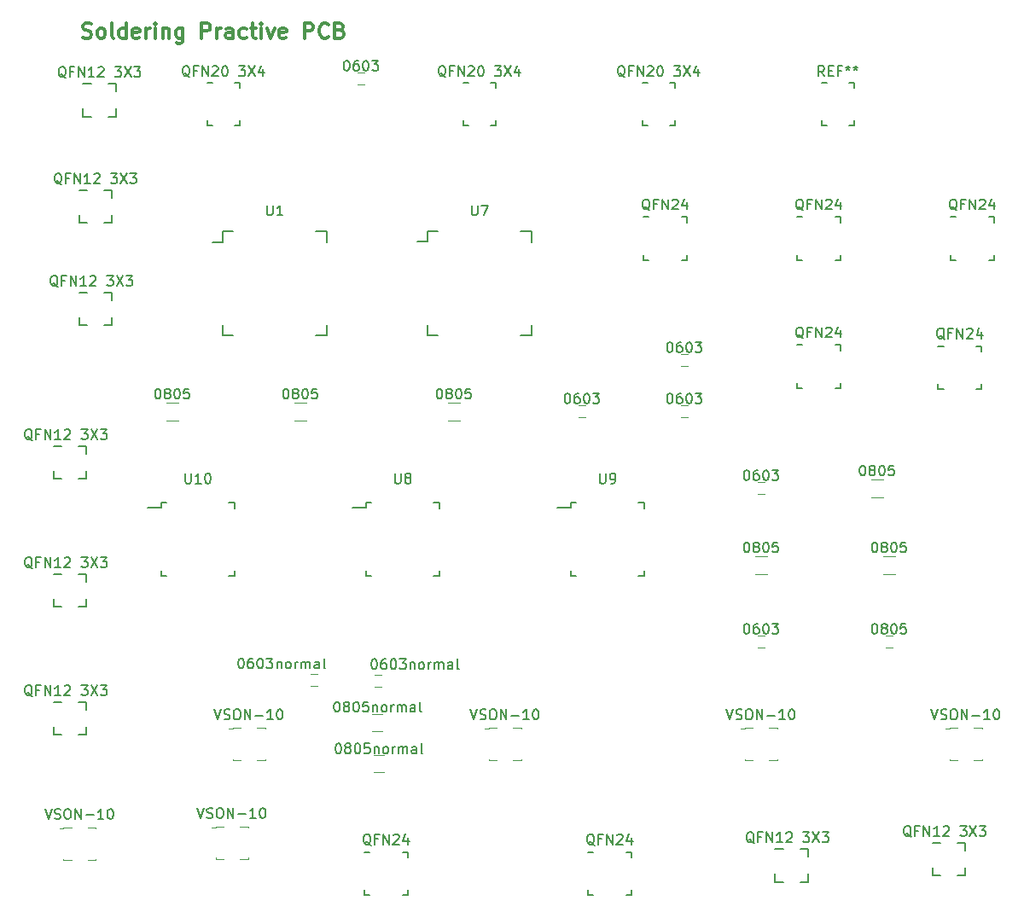
<source format=gbr>
G04 #@! TF.GenerationSoftware,KiCad,Pcbnew,(5.1.5)-3*
G04 #@! TF.CreationDate,2020-04-26T20:22:25+03:00*
G04 #@! TF.ProjectId,PCB soldering test board,50434220-736f-46c6-9465-72696e672074,rev?*
G04 #@! TF.SameCoordinates,Original*
G04 #@! TF.FileFunction,Legend,Top*
G04 #@! TF.FilePolarity,Positive*
%FSLAX46Y46*%
G04 Gerber Fmt 4.6, Leading zero omitted, Abs format (unit mm)*
G04 Created by KiCad (PCBNEW (5.1.5)-3) date 2020-04-26 20:22:25*
%MOMM*%
%LPD*%
G04 APERTURE LIST*
%ADD10C,0.300000*%
%ADD11C,0.120000*%
%ADD12C,0.150000*%
G04 APERTURE END LIST*
D10*
X64797968Y-39090682D02*
X65012254Y-39162111D01*
X65369397Y-39162111D01*
X65512254Y-39090682D01*
X65583682Y-39019254D01*
X65655111Y-38876397D01*
X65655111Y-38733540D01*
X65583682Y-38590682D01*
X65512254Y-38519254D01*
X65369397Y-38447825D01*
X65083682Y-38376397D01*
X64940825Y-38304968D01*
X64869397Y-38233540D01*
X64797968Y-38090682D01*
X64797968Y-37947825D01*
X64869397Y-37804968D01*
X64940825Y-37733540D01*
X65083682Y-37662111D01*
X65440825Y-37662111D01*
X65655111Y-37733540D01*
X66512254Y-39162111D02*
X66369397Y-39090682D01*
X66297968Y-39019254D01*
X66226540Y-38876397D01*
X66226540Y-38447825D01*
X66297968Y-38304968D01*
X66369397Y-38233540D01*
X66512254Y-38162111D01*
X66726540Y-38162111D01*
X66869397Y-38233540D01*
X66940825Y-38304968D01*
X67012254Y-38447825D01*
X67012254Y-38876397D01*
X66940825Y-39019254D01*
X66869397Y-39090682D01*
X66726540Y-39162111D01*
X66512254Y-39162111D01*
X67869397Y-39162111D02*
X67726540Y-39090682D01*
X67655111Y-38947825D01*
X67655111Y-37662111D01*
X69083682Y-39162111D02*
X69083682Y-37662111D01*
X69083682Y-39090682D02*
X68940825Y-39162111D01*
X68655111Y-39162111D01*
X68512254Y-39090682D01*
X68440825Y-39019254D01*
X68369397Y-38876397D01*
X68369397Y-38447825D01*
X68440825Y-38304968D01*
X68512254Y-38233540D01*
X68655111Y-38162111D01*
X68940825Y-38162111D01*
X69083682Y-38233540D01*
X70369397Y-39090682D02*
X70226540Y-39162111D01*
X69940825Y-39162111D01*
X69797968Y-39090682D01*
X69726540Y-38947825D01*
X69726540Y-38376397D01*
X69797968Y-38233540D01*
X69940825Y-38162111D01*
X70226540Y-38162111D01*
X70369397Y-38233540D01*
X70440825Y-38376397D01*
X70440825Y-38519254D01*
X69726540Y-38662111D01*
X71083682Y-39162111D02*
X71083682Y-38162111D01*
X71083682Y-38447825D02*
X71155111Y-38304968D01*
X71226540Y-38233540D01*
X71369397Y-38162111D01*
X71512254Y-38162111D01*
X72012254Y-39162111D02*
X72012254Y-38162111D01*
X72012254Y-37662111D02*
X71940825Y-37733540D01*
X72012254Y-37804968D01*
X72083682Y-37733540D01*
X72012254Y-37662111D01*
X72012254Y-37804968D01*
X72726540Y-38162111D02*
X72726540Y-39162111D01*
X72726540Y-38304968D02*
X72797968Y-38233540D01*
X72940825Y-38162111D01*
X73155111Y-38162111D01*
X73297968Y-38233540D01*
X73369397Y-38376397D01*
X73369397Y-39162111D01*
X74726540Y-38162111D02*
X74726540Y-39376397D01*
X74655111Y-39519254D01*
X74583682Y-39590682D01*
X74440825Y-39662111D01*
X74226540Y-39662111D01*
X74083682Y-39590682D01*
X74726540Y-39090682D02*
X74583682Y-39162111D01*
X74297968Y-39162111D01*
X74155111Y-39090682D01*
X74083682Y-39019254D01*
X74012254Y-38876397D01*
X74012254Y-38447825D01*
X74083682Y-38304968D01*
X74155111Y-38233540D01*
X74297968Y-38162111D01*
X74583682Y-38162111D01*
X74726540Y-38233540D01*
X76583682Y-39162111D02*
X76583682Y-37662111D01*
X77155111Y-37662111D01*
X77297968Y-37733540D01*
X77369397Y-37804968D01*
X77440825Y-37947825D01*
X77440825Y-38162111D01*
X77369397Y-38304968D01*
X77297968Y-38376397D01*
X77155111Y-38447825D01*
X76583682Y-38447825D01*
X78083682Y-39162111D02*
X78083682Y-38162111D01*
X78083682Y-38447825D02*
X78155111Y-38304968D01*
X78226540Y-38233540D01*
X78369397Y-38162111D01*
X78512254Y-38162111D01*
X79655111Y-39162111D02*
X79655111Y-38376397D01*
X79583682Y-38233540D01*
X79440825Y-38162111D01*
X79155111Y-38162111D01*
X79012254Y-38233540D01*
X79655111Y-39090682D02*
X79512254Y-39162111D01*
X79155111Y-39162111D01*
X79012254Y-39090682D01*
X78940825Y-38947825D01*
X78940825Y-38804968D01*
X79012254Y-38662111D01*
X79155111Y-38590682D01*
X79512254Y-38590682D01*
X79655111Y-38519254D01*
X81012254Y-39090682D02*
X80869397Y-39162111D01*
X80583682Y-39162111D01*
X80440825Y-39090682D01*
X80369397Y-39019254D01*
X80297968Y-38876397D01*
X80297968Y-38447825D01*
X80369397Y-38304968D01*
X80440825Y-38233540D01*
X80583682Y-38162111D01*
X80869397Y-38162111D01*
X81012254Y-38233540D01*
X81440825Y-38162111D02*
X82012254Y-38162111D01*
X81655111Y-37662111D02*
X81655111Y-38947825D01*
X81726540Y-39090682D01*
X81869397Y-39162111D01*
X82012254Y-39162111D01*
X82512254Y-39162111D02*
X82512254Y-38162111D01*
X82512254Y-37662111D02*
X82440825Y-37733540D01*
X82512254Y-37804968D01*
X82583682Y-37733540D01*
X82512254Y-37662111D01*
X82512254Y-37804968D01*
X83083682Y-38162111D02*
X83440825Y-39162111D01*
X83797968Y-38162111D01*
X84940825Y-39090682D02*
X84797968Y-39162111D01*
X84512254Y-39162111D01*
X84369397Y-39090682D01*
X84297968Y-38947825D01*
X84297968Y-38376397D01*
X84369397Y-38233540D01*
X84512254Y-38162111D01*
X84797968Y-38162111D01*
X84940825Y-38233540D01*
X85012254Y-38376397D01*
X85012254Y-38519254D01*
X84297968Y-38662111D01*
X86797968Y-39162111D02*
X86797968Y-37662111D01*
X87369397Y-37662111D01*
X87512254Y-37733540D01*
X87583682Y-37804968D01*
X87655111Y-37947825D01*
X87655111Y-38162111D01*
X87583682Y-38304968D01*
X87512254Y-38376397D01*
X87369397Y-38447825D01*
X86797968Y-38447825D01*
X89155111Y-39019254D02*
X89083682Y-39090682D01*
X88869397Y-39162111D01*
X88726540Y-39162111D01*
X88512254Y-39090682D01*
X88369397Y-38947825D01*
X88297968Y-38804968D01*
X88226540Y-38519254D01*
X88226540Y-38304968D01*
X88297968Y-38019254D01*
X88369397Y-37876397D01*
X88512254Y-37733540D01*
X88726540Y-37662111D01*
X88869397Y-37662111D01*
X89083682Y-37733540D01*
X89155111Y-37804968D01*
X90297968Y-38376397D02*
X90512254Y-38447825D01*
X90583682Y-38519254D01*
X90655111Y-38662111D01*
X90655111Y-38876397D01*
X90583682Y-39019254D01*
X90512254Y-39090682D01*
X90369397Y-39162111D01*
X89797968Y-39162111D01*
X89797968Y-37662111D01*
X90297968Y-37662111D01*
X90440825Y-37733540D01*
X90512254Y-37804968D01*
X90583682Y-37947825D01*
X90583682Y-38090682D01*
X90512254Y-38233540D01*
X90440825Y-38304968D01*
X90297968Y-38376397D01*
X89797968Y-38376397D01*
D11*
X87373980Y-102262380D02*
X88073980Y-102262380D01*
X88073980Y-103462380D02*
X87373980Y-103462380D01*
X94441760Y-103533500D02*
X93741760Y-103533500D01*
X93741760Y-102333500D02*
X94441760Y-102333500D01*
X93662880Y-112038500D02*
X94662880Y-112038500D01*
X94662880Y-110338500D02*
X93662880Y-110338500D01*
X94523180Y-106211000D02*
X93523180Y-106211000D01*
X93523180Y-107911000D02*
X94523180Y-107911000D01*
D12*
X119221140Y-119930020D02*
X119221140Y-120455020D01*
X114921140Y-124230020D02*
X114921140Y-123705020D01*
X119221140Y-124230020D02*
X119221140Y-123705020D01*
X114921140Y-119930020D02*
X115446140Y-119930020D01*
X114921140Y-124230020D02*
X115446140Y-124230020D01*
X119221140Y-124230020D02*
X118696140Y-124230020D01*
X119221140Y-119930020D02*
X118696140Y-119930020D01*
X97046940Y-119930020D02*
X96521940Y-119930020D01*
X97046940Y-124230020D02*
X96521940Y-124230020D01*
X92746940Y-124230020D02*
X93271940Y-124230020D01*
X92746940Y-119930020D02*
X93271940Y-119930020D01*
X97046940Y-124230020D02*
X97046940Y-123705020D01*
X92746940Y-124230020D02*
X92746940Y-123705020D01*
X97046940Y-119930020D02*
X97046940Y-120455020D01*
X136737760Y-119634600D02*
X136737760Y-120409600D01*
X133487760Y-122884600D02*
X133487760Y-122109600D01*
X136737760Y-122884600D02*
X136737760Y-122109600D01*
X133487760Y-119634600D02*
X134262760Y-119634600D01*
X133487760Y-122884600D02*
X134262760Y-122884600D01*
X136737760Y-122884600D02*
X135962760Y-122884600D01*
X136737760Y-119634600D02*
X135962760Y-119634600D01*
X152328280Y-119012300D02*
X151553280Y-119012300D01*
X152328280Y-122262300D02*
X151553280Y-122262300D01*
X149078280Y-122262300D02*
X149853280Y-122262300D01*
X149078280Y-119012300D02*
X149853280Y-119012300D01*
X152328280Y-122262300D02*
X152328280Y-121487300D01*
X149078280Y-122262300D02*
X149078280Y-121487300D01*
X152328280Y-119012300D02*
X152328280Y-119787300D01*
D11*
X77980740Y-117501540D02*
X77580740Y-117501540D01*
X81180740Y-120601540D02*
X81180740Y-120501540D01*
X80380740Y-120601540D02*
X81180740Y-120601540D01*
X77980740Y-120601540D02*
X78780740Y-120601540D01*
X77980740Y-120501540D02*
X77980740Y-120601540D01*
X81180740Y-117401540D02*
X81180740Y-117501540D01*
X80380740Y-117401540D02*
X81180740Y-117401540D01*
X77980740Y-117401540D02*
X77980740Y-117501540D01*
X78780740Y-117401540D02*
X77980740Y-117401540D01*
X63672820Y-117498060D02*
X62872820Y-117498060D01*
X62872820Y-117498060D02*
X62872820Y-117598060D01*
X65272820Y-117498060D02*
X66072820Y-117498060D01*
X66072820Y-117498060D02*
X66072820Y-117598060D01*
X62872820Y-120598060D02*
X62872820Y-120698060D01*
X62872820Y-120698060D02*
X63672820Y-120698060D01*
X65272820Y-120698060D02*
X66072820Y-120698060D01*
X66072820Y-120698060D02*
X66072820Y-120598060D01*
X62872820Y-117598060D02*
X62472820Y-117598060D01*
D12*
X68077500Y-43682500D02*
X67302500Y-43682500D01*
X68077500Y-46932500D02*
X67302500Y-46932500D01*
X64827500Y-46932500D02*
X65602500Y-46932500D01*
X64827500Y-43682500D02*
X65602500Y-43682500D01*
X68077500Y-46932500D02*
X68077500Y-46157500D01*
X64827500Y-46932500D02*
X64827500Y-46157500D01*
X68077500Y-43682500D02*
X68077500Y-44457500D01*
X65125000Y-79655000D02*
X65125000Y-80430000D01*
X61875000Y-82905000D02*
X61875000Y-82130000D01*
X65125000Y-82905000D02*
X65125000Y-82130000D01*
X61875000Y-79655000D02*
X62650000Y-79655000D01*
X61875000Y-82905000D02*
X62650000Y-82905000D01*
X65125000Y-82905000D02*
X64350000Y-82905000D01*
X65125000Y-79655000D02*
X64350000Y-79655000D01*
X65125000Y-92355000D02*
X64350000Y-92355000D01*
X65125000Y-95605000D02*
X64350000Y-95605000D01*
X61875000Y-95605000D02*
X62650000Y-95605000D01*
X61875000Y-92355000D02*
X62650000Y-92355000D01*
X65125000Y-95605000D02*
X65125000Y-94830000D01*
X61875000Y-95605000D02*
X61875000Y-94830000D01*
X65125000Y-92355000D02*
X65125000Y-93130000D01*
X65125000Y-105055000D02*
X65125000Y-105830000D01*
X61875000Y-108305000D02*
X61875000Y-107530000D01*
X65125000Y-108305000D02*
X65125000Y-107530000D01*
X61875000Y-105055000D02*
X62650000Y-105055000D01*
X61875000Y-108305000D02*
X62650000Y-108305000D01*
X65125000Y-108305000D02*
X64350000Y-108305000D01*
X65125000Y-105055000D02*
X64350000Y-105055000D01*
X67665000Y-64415000D02*
X66890000Y-64415000D01*
X67665000Y-67665000D02*
X66890000Y-67665000D01*
X64415000Y-67665000D02*
X65190000Y-67665000D01*
X64415000Y-64415000D02*
X65190000Y-64415000D01*
X67665000Y-67665000D02*
X67665000Y-66890000D01*
X64415000Y-67665000D02*
X64415000Y-66890000D01*
X67665000Y-64415000D02*
X67665000Y-65190000D01*
X67665000Y-54255000D02*
X67665000Y-55030000D01*
X64415000Y-57505000D02*
X64415000Y-56730000D01*
X67665000Y-57505000D02*
X67665000Y-56730000D01*
X64415000Y-54255000D02*
X65190000Y-54255000D01*
X64415000Y-57505000D02*
X65190000Y-57505000D01*
X67665000Y-57505000D02*
X66890000Y-57505000D01*
X67665000Y-54255000D02*
X66890000Y-54255000D01*
D11*
X131730000Y-83220000D02*
X132430000Y-83220000D01*
X132430000Y-84420000D02*
X131730000Y-84420000D01*
X124810000Y-71720000D02*
X124110000Y-71720000D01*
X124110000Y-70520000D02*
X124810000Y-70520000D01*
X124110000Y-75600000D02*
X124810000Y-75600000D01*
X124810000Y-76800000D02*
X124110000Y-76800000D01*
X114650000Y-76800000D02*
X113950000Y-76800000D01*
X113950000Y-75600000D02*
X114650000Y-75600000D01*
X92040000Y-42580000D02*
X92740000Y-42580000D01*
X92740000Y-43780000D02*
X92040000Y-43780000D01*
X145130000Y-99660000D02*
X144430000Y-99660000D01*
X144430000Y-98460000D02*
X145130000Y-98460000D01*
X131730000Y-98460000D02*
X132430000Y-98460000D01*
X132430000Y-99660000D02*
X131730000Y-99660000D01*
X142990000Y-82940000D02*
X144190000Y-82940000D01*
X144190000Y-84700000D02*
X142990000Y-84700000D01*
X145380000Y-92320000D02*
X144180000Y-92320000D01*
X144180000Y-90560000D02*
X145380000Y-90560000D01*
X131480000Y-90560000D02*
X132680000Y-90560000D01*
X132680000Y-92320000D02*
X131480000Y-92320000D01*
X102200000Y-77080000D02*
X101000000Y-77080000D01*
X101000000Y-75320000D02*
X102200000Y-75320000D01*
X85760000Y-75320000D02*
X86960000Y-75320000D01*
X86960000Y-77080000D02*
X85760000Y-77080000D01*
X74260000Y-77080000D02*
X73060000Y-77080000D01*
X73060000Y-75320000D02*
X74260000Y-75320000D01*
X150800000Y-107720000D02*
X150400000Y-107720000D01*
X154000000Y-110820000D02*
X154000000Y-110720000D01*
X153200000Y-110820000D02*
X154000000Y-110820000D01*
X150800000Y-110820000D02*
X151600000Y-110820000D01*
X150800000Y-110720000D02*
X150800000Y-110820000D01*
X154000000Y-107620000D02*
X154000000Y-107720000D01*
X153200000Y-107620000D02*
X154000000Y-107620000D01*
X150800000Y-107620000D02*
X150800000Y-107720000D01*
X151600000Y-107620000D02*
X150800000Y-107620000D01*
D12*
X141325000Y-43595000D02*
X141325000Y-44120000D01*
X138075000Y-47845000D02*
X138075000Y-47320000D01*
X141325000Y-47845000D02*
X141325000Y-47320000D01*
X138075000Y-43595000D02*
X138600000Y-43595000D01*
X138075000Y-47845000D02*
X138600000Y-47845000D01*
X141325000Y-47845000D02*
X140800000Y-47845000D01*
X141325000Y-43595000D02*
X140800000Y-43595000D01*
X123545000Y-43595000D02*
X123545000Y-44120000D01*
X120295000Y-47845000D02*
X120295000Y-47320000D01*
X123545000Y-47845000D02*
X123545000Y-47320000D01*
X120295000Y-43595000D02*
X120820000Y-43595000D01*
X120295000Y-47845000D02*
X120820000Y-47845000D01*
X123545000Y-47845000D02*
X123020000Y-47845000D01*
X123545000Y-43595000D02*
X123020000Y-43595000D01*
X105765000Y-43595000D02*
X105765000Y-44120000D01*
X102515000Y-47845000D02*
X102515000Y-47320000D01*
X105765000Y-47845000D02*
X105765000Y-47320000D01*
X102515000Y-43595000D02*
X103040000Y-43595000D01*
X102515000Y-47845000D02*
X103040000Y-47845000D01*
X105765000Y-47845000D02*
X105240000Y-47845000D01*
X105765000Y-43595000D02*
X105240000Y-43595000D01*
X80365000Y-43595000D02*
X80365000Y-44120000D01*
X77115000Y-47845000D02*
X77115000Y-47320000D01*
X80365000Y-47845000D02*
X80365000Y-47320000D01*
X77115000Y-43595000D02*
X77640000Y-43595000D01*
X77115000Y-47845000D02*
X77640000Y-47845000D01*
X80365000Y-47845000D02*
X79840000Y-47845000D01*
X80365000Y-43595000D02*
X79840000Y-43595000D01*
D11*
X130480000Y-107720000D02*
X130080000Y-107720000D01*
X133680000Y-110820000D02*
X133680000Y-110720000D01*
X132880000Y-110820000D02*
X133680000Y-110820000D01*
X130480000Y-110820000D02*
X131280000Y-110820000D01*
X130480000Y-110720000D02*
X130480000Y-110820000D01*
X133680000Y-107620000D02*
X133680000Y-107720000D01*
X132880000Y-107620000D02*
X133680000Y-107620000D01*
X130480000Y-107620000D02*
X130480000Y-107720000D01*
X131280000Y-107620000D02*
X130480000Y-107620000D01*
X105080000Y-107720000D02*
X104680000Y-107720000D01*
X108280000Y-110820000D02*
X108280000Y-110720000D01*
X107480000Y-110820000D02*
X108280000Y-110820000D01*
X105080000Y-110820000D02*
X105880000Y-110820000D01*
X105080000Y-110720000D02*
X105080000Y-110820000D01*
X108280000Y-107620000D02*
X108280000Y-107720000D01*
X107480000Y-107620000D02*
X108280000Y-107620000D01*
X105080000Y-107620000D02*
X105080000Y-107720000D01*
X105880000Y-107620000D02*
X105080000Y-107620000D01*
X79680000Y-107720000D02*
X79280000Y-107720000D01*
X82880000Y-110820000D02*
X82880000Y-110720000D01*
X82080000Y-110820000D02*
X82880000Y-110820000D01*
X79680000Y-110820000D02*
X80480000Y-110820000D01*
X79680000Y-110720000D02*
X79680000Y-110820000D01*
X82880000Y-107620000D02*
X82880000Y-107720000D01*
X82080000Y-107620000D02*
X82880000Y-107620000D01*
X79680000Y-107620000D02*
X79680000Y-107720000D01*
X80480000Y-107620000D02*
X79680000Y-107620000D01*
D12*
X72575000Y-85275000D02*
X72575000Y-85725000D01*
X79825000Y-85275000D02*
X79825000Y-85800000D01*
X79825000Y-92525000D02*
X79825000Y-92000000D01*
X72575000Y-92525000D02*
X72575000Y-92000000D01*
X72575000Y-85275000D02*
X73100000Y-85275000D01*
X72575000Y-92525000D02*
X73100000Y-92525000D01*
X79825000Y-92525000D02*
X79300000Y-92525000D01*
X79825000Y-85275000D02*
X79300000Y-85275000D01*
X72575000Y-85725000D02*
X71200000Y-85725000D01*
X113215000Y-85275000D02*
X113215000Y-85725000D01*
X120465000Y-85275000D02*
X120465000Y-85800000D01*
X120465000Y-92525000D02*
X120465000Y-92000000D01*
X113215000Y-92525000D02*
X113215000Y-92000000D01*
X113215000Y-85275000D02*
X113740000Y-85275000D01*
X113215000Y-92525000D02*
X113740000Y-92525000D01*
X120465000Y-92525000D02*
X119940000Y-92525000D01*
X120465000Y-85275000D02*
X119940000Y-85275000D01*
X113215000Y-85725000D02*
X111840000Y-85725000D01*
X92895000Y-85275000D02*
X92895000Y-85725000D01*
X100145000Y-85275000D02*
X100145000Y-85800000D01*
X100145000Y-92525000D02*
X100145000Y-92000000D01*
X92895000Y-92525000D02*
X92895000Y-92000000D01*
X92895000Y-85275000D02*
X93420000Y-85275000D01*
X92895000Y-92525000D02*
X93420000Y-92525000D01*
X100145000Y-92525000D02*
X99620000Y-92525000D01*
X100145000Y-85275000D02*
X99620000Y-85275000D01*
X92895000Y-85725000D02*
X91520000Y-85725000D01*
X98965000Y-58325000D02*
X98965000Y-59325000D01*
X109315000Y-58325000D02*
X109315000Y-59400000D01*
X109315000Y-68675000D02*
X109315000Y-67600000D01*
X98965000Y-68675000D02*
X98965000Y-67600000D01*
X98965000Y-58325000D02*
X100040000Y-58325000D01*
X98965000Y-68675000D02*
X100040000Y-68675000D01*
X109315000Y-68675000D02*
X108240000Y-68675000D01*
X109315000Y-58325000D02*
X108240000Y-58325000D01*
X98965000Y-59325000D02*
X97940000Y-59325000D01*
X155200000Y-56920000D02*
X155200000Y-57445000D01*
X150900000Y-61220000D02*
X150900000Y-60695000D01*
X155200000Y-61220000D02*
X155200000Y-60695000D01*
X150900000Y-56920000D02*
X151425000Y-56920000D01*
X150900000Y-61220000D02*
X151425000Y-61220000D01*
X155200000Y-61220000D02*
X154675000Y-61220000D01*
X155200000Y-56920000D02*
X154675000Y-56920000D01*
X153960000Y-69720000D02*
X153960000Y-70245000D01*
X149660000Y-74020000D02*
X149660000Y-73495000D01*
X153960000Y-74020000D02*
X153960000Y-73495000D01*
X149660000Y-69720000D02*
X150185000Y-69720000D01*
X149660000Y-74020000D02*
X150185000Y-74020000D01*
X153960000Y-74020000D02*
X153435000Y-74020000D01*
X153960000Y-69720000D02*
X153435000Y-69720000D01*
X139960000Y-69620000D02*
X139960000Y-70145000D01*
X135660000Y-73920000D02*
X135660000Y-73395000D01*
X139960000Y-73920000D02*
X139960000Y-73395000D01*
X135660000Y-69620000D02*
X136185000Y-69620000D01*
X135660000Y-73920000D02*
X136185000Y-73920000D01*
X139960000Y-73920000D02*
X139435000Y-73920000D01*
X139960000Y-69620000D02*
X139435000Y-69620000D01*
X139960000Y-56920000D02*
X139960000Y-57445000D01*
X135660000Y-61220000D02*
X135660000Y-60695000D01*
X139960000Y-61220000D02*
X139960000Y-60695000D01*
X135660000Y-56920000D02*
X136185000Y-56920000D01*
X135660000Y-61220000D02*
X136185000Y-61220000D01*
X139960000Y-61220000D02*
X139435000Y-61220000D01*
X139960000Y-56920000D02*
X139435000Y-56920000D01*
X124720000Y-56920000D02*
X124720000Y-57445000D01*
X120420000Y-61220000D02*
X120420000Y-60695000D01*
X124720000Y-61220000D02*
X124720000Y-60695000D01*
X120420000Y-56920000D02*
X120945000Y-56920000D01*
X120420000Y-61220000D02*
X120945000Y-61220000D01*
X124720000Y-61220000D02*
X124195000Y-61220000D01*
X124720000Y-56920000D02*
X124195000Y-56920000D01*
X78645000Y-58325000D02*
X78645000Y-59400000D01*
X88995000Y-58325000D02*
X88995000Y-59400000D01*
X88995000Y-68675000D02*
X88995000Y-67600000D01*
X78645000Y-68675000D02*
X78645000Y-67600000D01*
X78645000Y-58325000D02*
X79720000Y-58325000D01*
X78645000Y-68675000D02*
X79720000Y-68675000D01*
X88995000Y-68675000D02*
X87920000Y-68675000D01*
X88995000Y-58325000D02*
X87920000Y-58325000D01*
X78645000Y-59400000D02*
X77620000Y-59400000D01*
X80434371Y-100706940D02*
X80529609Y-100706940D01*
X80624847Y-100754560D01*
X80672466Y-100802179D01*
X80720085Y-100897417D01*
X80767704Y-101087893D01*
X80767704Y-101325988D01*
X80720085Y-101516464D01*
X80672466Y-101611702D01*
X80624847Y-101659321D01*
X80529609Y-101706940D01*
X80434371Y-101706940D01*
X80339133Y-101659321D01*
X80291514Y-101611702D01*
X80243895Y-101516464D01*
X80196276Y-101325988D01*
X80196276Y-101087893D01*
X80243895Y-100897417D01*
X80291514Y-100802179D01*
X80339133Y-100754560D01*
X80434371Y-100706940D01*
X81624847Y-100706940D02*
X81434371Y-100706940D01*
X81339133Y-100754560D01*
X81291514Y-100802179D01*
X81196276Y-100945036D01*
X81148657Y-101135512D01*
X81148657Y-101516464D01*
X81196276Y-101611702D01*
X81243895Y-101659321D01*
X81339133Y-101706940D01*
X81529609Y-101706940D01*
X81624847Y-101659321D01*
X81672466Y-101611702D01*
X81720085Y-101516464D01*
X81720085Y-101278369D01*
X81672466Y-101183131D01*
X81624847Y-101135512D01*
X81529609Y-101087893D01*
X81339133Y-101087893D01*
X81243895Y-101135512D01*
X81196276Y-101183131D01*
X81148657Y-101278369D01*
X82339133Y-100706940D02*
X82434371Y-100706940D01*
X82529609Y-100754560D01*
X82577228Y-100802179D01*
X82624847Y-100897417D01*
X82672466Y-101087893D01*
X82672466Y-101325988D01*
X82624847Y-101516464D01*
X82577228Y-101611702D01*
X82529609Y-101659321D01*
X82434371Y-101706940D01*
X82339133Y-101706940D01*
X82243895Y-101659321D01*
X82196276Y-101611702D01*
X82148657Y-101516464D01*
X82101038Y-101325988D01*
X82101038Y-101087893D01*
X82148657Y-100897417D01*
X82196276Y-100802179D01*
X82243895Y-100754560D01*
X82339133Y-100706940D01*
X83005800Y-100706940D02*
X83624847Y-100706940D01*
X83291514Y-101087893D01*
X83434371Y-101087893D01*
X83529609Y-101135512D01*
X83577228Y-101183131D01*
X83624847Y-101278369D01*
X83624847Y-101516464D01*
X83577228Y-101611702D01*
X83529609Y-101659321D01*
X83434371Y-101706940D01*
X83148657Y-101706940D01*
X83053419Y-101659321D01*
X83005800Y-101611702D01*
X84053419Y-101040274D02*
X84053419Y-101706940D01*
X84053419Y-101135512D02*
X84101038Y-101087893D01*
X84196276Y-101040274D01*
X84339133Y-101040274D01*
X84434371Y-101087893D01*
X84481990Y-101183131D01*
X84481990Y-101706940D01*
X85101038Y-101706940D02*
X85005800Y-101659321D01*
X84958180Y-101611702D01*
X84910561Y-101516464D01*
X84910561Y-101230750D01*
X84958180Y-101135512D01*
X85005800Y-101087893D01*
X85101038Y-101040274D01*
X85243895Y-101040274D01*
X85339133Y-101087893D01*
X85386752Y-101135512D01*
X85434371Y-101230750D01*
X85434371Y-101516464D01*
X85386752Y-101611702D01*
X85339133Y-101659321D01*
X85243895Y-101706940D01*
X85101038Y-101706940D01*
X85862942Y-101706940D02*
X85862942Y-101040274D01*
X85862942Y-101230750D02*
X85910561Y-101135512D01*
X85958180Y-101087893D01*
X86053419Y-101040274D01*
X86148657Y-101040274D01*
X86481990Y-101706940D02*
X86481990Y-101040274D01*
X86481990Y-101135512D02*
X86529609Y-101087893D01*
X86624847Y-101040274D01*
X86767704Y-101040274D01*
X86862942Y-101087893D01*
X86910561Y-101183131D01*
X86910561Y-101706940D01*
X86910561Y-101183131D02*
X86958180Y-101087893D01*
X87053419Y-101040274D01*
X87196276Y-101040274D01*
X87291514Y-101087893D01*
X87339133Y-101183131D01*
X87339133Y-101706940D01*
X88243895Y-101706940D02*
X88243895Y-101183131D01*
X88196276Y-101087893D01*
X88101038Y-101040274D01*
X87910561Y-101040274D01*
X87815323Y-101087893D01*
X88243895Y-101659321D02*
X88148657Y-101706940D01*
X87910561Y-101706940D01*
X87815323Y-101659321D01*
X87767704Y-101564083D01*
X87767704Y-101468845D01*
X87815323Y-101373607D01*
X87910561Y-101325988D01*
X88148657Y-101325988D01*
X88243895Y-101278369D01*
X88862942Y-101706940D02*
X88767704Y-101659321D01*
X88720085Y-101564083D01*
X88720085Y-100706940D01*
X93657611Y-100775520D02*
X93752849Y-100775520D01*
X93848087Y-100823140D01*
X93895706Y-100870759D01*
X93943325Y-100965997D01*
X93990944Y-101156473D01*
X93990944Y-101394568D01*
X93943325Y-101585044D01*
X93895706Y-101680282D01*
X93848087Y-101727901D01*
X93752849Y-101775520D01*
X93657611Y-101775520D01*
X93562373Y-101727901D01*
X93514754Y-101680282D01*
X93467135Y-101585044D01*
X93419516Y-101394568D01*
X93419516Y-101156473D01*
X93467135Y-100965997D01*
X93514754Y-100870759D01*
X93562373Y-100823140D01*
X93657611Y-100775520D01*
X94848087Y-100775520D02*
X94657611Y-100775520D01*
X94562373Y-100823140D01*
X94514754Y-100870759D01*
X94419516Y-101013616D01*
X94371897Y-101204092D01*
X94371897Y-101585044D01*
X94419516Y-101680282D01*
X94467135Y-101727901D01*
X94562373Y-101775520D01*
X94752849Y-101775520D01*
X94848087Y-101727901D01*
X94895706Y-101680282D01*
X94943325Y-101585044D01*
X94943325Y-101346949D01*
X94895706Y-101251711D01*
X94848087Y-101204092D01*
X94752849Y-101156473D01*
X94562373Y-101156473D01*
X94467135Y-101204092D01*
X94419516Y-101251711D01*
X94371897Y-101346949D01*
X95562373Y-100775520D02*
X95657611Y-100775520D01*
X95752849Y-100823140D01*
X95800468Y-100870759D01*
X95848087Y-100965997D01*
X95895706Y-101156473D01*
X95895706Y-101394568D01*
X95848087Y-101585044D01*
X95800468Y-101680282D01*
X95752849Y-101727901D01*
X95657611Y-101775520D01*
X95562373Y-101775520D01*
X95467135Y-101727901D01*
X95419516Y-101680282D01*
X95371897Y-101585044D01*
X95324278Y-101394568D01*
X95324278Y-101156473D01*
X95371897Y-100965997D01*
X95419516Y-100870759D01*
X95467135Y-100823140D01*
X95562373Y-100775520D01*
X96229040Y-100775520D02*
X96848087Y-100775520D01*
X96514754Y-101156473D01*
X96657611Y-101156473D01*
X96752849Y-101204092D01*
X96800468Y-101251711D01*
X96848087Y-101346949D01*
X96848087Y-101585044D01*
X96800468Y-101680282D01*
X96752849Y-101727901D01*
X96657611Y-101775520D01*
X96371897Y-101775520D01*
X96276659Y-101727901D01*
X96229040Y-101680282D01*
X97276659Y-101108854D02*
X97276659Y-101775520D01*
X97276659Y-101204092D02*
X97324278Y-101156473D01*
X97419516Y-101108854D01*
X97562373Y-101108854D01*
X97657611Y-101156473D01*
X97705230Y-101251711D01*
X97705230Y-101775520D01*
X98324278Y-101775520D02*
X98229040Y-101727901D01*
X98181420Y-101680282D01*
X98133801Y-101585044D01*
X98133801Y-101299330D01*
X98181420Y-101204092D01*
X98229040Y-101156473D01*
X98324278Y-101108854D01*
X98467135Y-101108854D01*
X98562373Y-101156473D01*
X98609992Y-101204092D01*
X98657611Y-101299330D01*
X98657611Y-101585044D01*
X98609992Y-101680282D01*
X98562373Y-101727901D01*
X98467135Y-101775520D01*
X98324278Y-101775520D01*
X99086182Y-101775520D02*
X99086182Y-101108854D01*
X99086182Y-101299330D02*
X99133801Y-101204092D01*
X99181420Y-101156473D01*
X99276659Y-101108854D01*
X99371897Y-101108854D01*
X99705230Y-101775520D02*
X99705230Y-101108854D01*
X99705230Y-101204092D02*
X99752849Y-101156473D01*
X99848087Y-101108854D01*
X99990944Y-101108854D01*
X100086182Y-101156473D01*
X100133801Y-101251711D01*
X100133801Y-101775520D01*
X100133801Y-101251711D02*
X100181420Y-101156473D01*
X100276659Y-101108854D01*
X100419516Y-101108854D01*
X100514754Y-101156473D01*
X100562373Y-101251711D01*
X100562373Y-101775520D01*
X101467135Y-101775520D02*
X101467135Y-101251711D01*
X101419516Y-101156473D01*
X101324278Y-101108854D01*
X101133801Y-101108854D01*
X101038563Y-101156473D01*
X101467135Y-101727901D02*
X101371897Y-101775520D01*
X101133801Y-101775520D01*
X101038563Y-101727901D01*
X100990944Y-101632663D01*
X100990944Y-101537425D01*
X101038563Y-101442187D01*
X101133801Y-101394568D01*
X101371897Y-101394568D01*
X101467135Y-101346949D01*
X102086182Y-101775520D02*
X101990944Y-101727901D01*
X101943325Y-101632663D01*
X101943325Y-100775520D01*
X90091451Y-109140880D02*
X90186689Y-109140880D01*
X90281927Y-109188500D01*
X90329546Y-109236119D01*
X90377165Y-109331357D01*
X90424784Y-109521833D01*
X90424784Y-109759928D01*
X90377165Y-109950404D01*
X90329546Y-110045642D01*
X90281927Y-110093261D01*
X90186689Y-110140880D01*
X90091451Y-110140880D01*
X89996213Y-110093261D01*
X89948594Y-110045642D01*
X89900975Y-109950404D01*
X89853356Y-109759928D01*
X89853356Y-109521833D01*
X89900975Y-109331357D01*
X89948594Y-109236119D01*
X89996213Y-109188500D01*
X90091451Y-109140880D01*
X90996213Y-109569452D02*
X90900975Y-109521833D01*
X90853356Y-109474214D01*
X90805737Y-109378976D01*
X90805737Y-109331357D01*
X90853356Y-109236119D01*
X90900975Y-109188500D01*
X90996213Y-109140880D01*
X91186689Y-109140880D01*
X91281927Y-109188500D01*
X91329546Y-109236119D01*
X91377165Y-109331357D01*
X91377165Y-109378976D01*
X91329546Y-109474214D01*
X91281927Y-109521833D01*
X91186689Y-109569452D01*
X90996213Y-109569452D01*
X90900975Y-109617071D01*
X90853356Y-109664690D01*
X90805737Y-109759928D01*
X90805737Y-109950404D01*
X90853356Y-110045642D01*
X90900975Y-110093261D01*
X90996213Y-110140880D01*
X91186689Y-110140880D01*
X91281927Y-110093261D01*
X91329546Y-110045642D01*
X91377165Y-109950404D01*
X91377165Y-109759928D01*
X91329546Y-109664690D01*
X91281927Y-109617071D01*
X91186689Y-109569452D01*
X91996213Y-109140880D02*
X92091451Y-109140880D01*
X92186689Y-109188500D01*
X92234308Y-109236119D01*
X92281927Y-109331357D01*
X92329546Y-109521833D01*
X92329546Y-109759928D01*
X92281927Y-109950404D01*
X92234308Y-110045642D01*
X92186689Y-110093261D01*
X92091451Y-110140880D01*
X91996213Y-110140880D01*
X91900975Y-110093261D01*
X91853356Y-110045642D01*
X91805737Y-109950404D01*
X91758118Y-109759928D01*
X91758118Y-109521833D01*
X91805737Y-109331357D01*
X91853356Y-109236119D01*
X91900975Y-109188500D01*
X91996213Y-109140880D01*
X93234308Y-109140880D02*
X92758118Y-109140880D01*
X92710499Y-109617071D01*
X92758118Y-109569452D01*
X92853356Y-109521833D01*
X93091451Y-109521833D01*
X93186689Y-109569452D01*
X93234308Y-109617071D01*
X93281927Y-109712309D01*
X93281927Y-109950404D01*
X93234308Y-110045642D01*
X93186689Y-110093261D01*
X93091451Y-110140880D01*
X92853356Y-110140880D01*
X92758118Y-110093261D01*
X92710499Y-110045642D01*
X93710499Y-109474214D02*
X93710499Y-110140880D01*
X93710499Y-109569452D02*
X93758118Y-109521833D01*
X93853356Y-109474214D01*
X93996213Y-109474214D01*
X94091451Y-109521833D01*
X94139070Y-109617071D01*
X94139070Y-110140880D01*
X94758118Y-110140880D02*
X94662880Y-110093261D01*
X94615260Y-110045642D01*
X94567641Y-109950404D01*
X94567641Y-109664690D01*
X94615260Y-109569452D01*
X94662880Y-109521833D01*
X94758118Y-109474214D01*
X94900975Y-109474214D01*
X94996213Y-109521833D01*
X95043832Y-109569452D01*
X95091451Y-109664690D01*
X95091451Y-109950404D01*
X95043832Y-110045642D01*
X94996213Y-110093261D01*
X94900975Y-110140880D01*
X94758118Y-110140880D01*
X95520022Y-110140880D02*
X95520022Y-109474214D01*
X95520022Y-109664690D02*
X95567641Y-109569452D01*
X95615260Y-109521833D01*
X95710499Y-109474214D01*
X95805737Y-109474214D01*
X96139070Y-110140880D02*
X96139070Y-109474214D01*
X96139070Y-109569452D02*
X96186689Y-109521833D01*
X96281927Y-109474214D01*
X96424784Y-109474214D01*
X96520022Y-109521833D01*
X96567641Y-109617071D01*
X96567641Y-110140880D01*
X96567641Y-109617071D02*
X96615260Y-109521833D01*
X96710499Y-109474214D01*
X96853356Y-109474214D01*
X96948594Y-109521833D01*
X96996213Y-109617071D01*
X96996213Y-110140880D01*
X97900975Y-110140880D02*
X97900975Y-109617071D01*
X97853356Y-109521833D01*
X97758118Y-109474214D01*
X97567641Y-109474214D01*
X97472403Y-109521833D01*
X97900975Y-110093261D02*
X97805737Y-110140880D01*
X97567641Y-110140880D01*
X97472403Y-110093261D01*
X97424784Y-109998023D01*
X97424784Y-109902785D01*
X97472403Y-109807547D01*
X97567641Y-109759928D01*
X97805737Y-109759928D01*
X97900975Y-109712309D01*
X98520022Y-110140880D02*
X98424784Y-110093261D01*
X98377165Y-109998023D01*
X98377165Y-109140880D01*
X89951751Y-105013380D02*
X90046989Y-105013380D01*
X90142227Y-105061000D01*
X90189846Y-105108619D01*
X90237465Y-105203857D01*
X90285084Y-105394333D01*
X90285084Y-105632428D01*
X90237465Y-105822904D01*
X90189846Y-105918142D01*
X90142227Y-105965761D01*
X90046989Y-106013380D01*
X89951751Y-106013380D01*
X89856513Y-105965761D01*
X89808894Y-105918142D01*
X89761275Y-105822904D01*
X89713656Y-105632428D01*
X89713656Y-105394333D01*
X89761275Y-105203857D01*
X89808894Y-105108619D01*
X89856513Y-105061000D01*
X89951751Y-105013380D01*
X90856513Y-105441952D02*
X90761275Y-105394333D01*
X90713656Y-105346714D01*
X90666037Y-105251476D01*
X90666037Y-105203857D01*
X90713656Y-105108619D01*
X90761275Y-105061000D01*
X90856513Y-105013380D01*
X91046989Y-105013380D01*
X91142227Y-105061000D01*
X91189846Y-105108619D01*
X91237465Y-105203857D01*
X91237465Y-105251476D01*
X91189846Y-105346714D01*
X91142227Y-105394333D01*
X91046989Y-105441952D01*
X90856513Y-105441952D01*
X90761275Y-105489571D01*
X90713656Y-105537190D01*
X90666037Y-105632428D01*
X90666037Y-105822904D01*
X90713656Y-105918142D01*
X90761275Y-105965761D01*
X90856513Y-106013380D01*
X91046989Y-106013380D01*
X91142227Y-105965761D01*
X91189846Y-105918142D01*
X91237465Y-105822904D01*
X91237465Y-105632428D01*
X91189846Y-105537190D01*
X91142227Y-105489571D01*
X91046989Y-105441952D01*
X91856513Y-105013380D02*
X91951751Y-105013380D01*
X92046989Y-105061000D01*
X92094608Y-105108619D01*
X92142227Y-105203857D01*
X92189846Y-105394333D01*
X92189846Y-105632428D01*
X92142227Y-105822904D01*
X92094608Y-105918142D01*
X92046989Y-105965761D01*
X91951751Y-106013380D01*
X91856513Y-106013380D01*
X91761275Y-105965761D01*
X91713656Y-105918142D01*
X91666037Y-105822904D01*
X91618418Y-105632428D01*
X91618418Y-105394333D01*
X91666037Y-105203857D01*
X91713656Y-105108619D01*
X91761275Y-105061000D01*
X91856513Y-105013380D01*
X93094608Y-105013380D02*
X92618418Y-105013380D01*
X92570799Y-105489571D01*
X92618418Y-105441952D01*
X92713656Y-105394333D01*
X92951751Y-105394333D01*
X93046989Y-105441952D01*
X93094608Y-105489571D01*
X93142227Y-105584809D01*
X93142227Y-105822904D01*
X93094608Y-105918142D01*
X93046989Y-105965761D01*
X92951751Y-106013380D01*
X92713656Y-106013380D01*
X92618418Y-105965761D01*
X92570799Y-105918142D01*
X93570799Y-105346714D02*
X93570799Y-106013380D01*
X93570799Y-105441952D02*
X93618418Y-105394333D01*
X93713656Y-105346714D01*
X93856513Y-105346714D01*
X93951751Y-105394333D01*
X93999370Y-105489571D01*
X93999370Y-106013380D01*
X94618418Y-106013380D02*
X94523180Y-105965761D01*
X94475560Y-105918142D01*
X94427941Y-105822904D01*
X94427941Y-105537190D01*
X94475560Y-105441952D01*
X94523180Y-105394333D01*
X94618418Y-105346714D01*
X94761275Y-105346714D01*
X94856513Y-105394333D01*
X94904132Y-105441952D01*
X94951751Y-105537190D01*
X94951751Y-105822904D01*
X94904132Y-105918142D01*
X94856513Y-105965761D01*
X94761275Y-106013380D01*
X94618418Y-106013380D01*
X95380322Y-106013380D02*
X95380322Y-105346714D01*
X95380322Y-105537190D02*
X95427941Y-105441952D01*
X95475560Y-105394333D01*
X95570799Y-105346714D01*
X95666037Y-105346714D01*
X95999370Y-106013380D02*
X95999370Y-105346714D01*
X95999370Y-105441952D02*
X96046989Y-105394333D01*
X96142227Y-105346714D01*
X96285084Y-105346714D01*
X96380322Y-105394333D01*
X96427941Y-105489571D01*
X96427941Y-106013380D01*
X96427941Y-105489571D02*
X96475560Y-105394333D01*
X96570799Y-105346714D01*
X96713656Y-105346714D01*
X96808894Y-105394333D01*
X96856513Y-105489571D01*
X96856513Y-106013380D01*
X97761275Y-106013380D02*
X97761275Y-105489571D01*
X97713656Y-105394333D01*
X97618418Y-105346714D01*
X97427941Y-105346714D01*
X97332703Y-105394333D01*
X97761275Y-105965761D02*
X97666037Y-106013380D01*
X97427941Y-106013380D01*
X97332703Y-105965761D01*
X97285084Y-105870523D01*
X97285084Y-105775285D01*
X97332703Y-105680047D01*
X97427941Y-105632428D01*
X97666037Y-105632428D01*
X97761275Y-105584809D01*
X98380322Y-106013380D02*
X98285084Y-105965761D01*
X98237465Y-105870523D01*
X98237465Y-105013380D01*
X115547330Y-119252639D02*
X115452092Y-119205020D01*
X115356854Y-119109781D01*
X115213997Y-118966924D01*
X115118759Y-118919305D01*
X115023520Y-118919305D01*
X115071140Y-119157400D02*
X114975901Y-119109781D01*
X114880663Y-119014543D01*
X114833044Y-118824067D01*
X114833044Y-118490734D01*
X114880663Y-118300258D01*
X114975901Y-118205020D01*
X115071140Y-118157400D01*
X115261616Y-118157400D01*
X115356854Y-118205020D01*
X115452092Y-118300258D01*
X115499711Y-118490734D01*
X115499711Y-118824067D01*
X115452092Y-119014543D01*
X115356854Y-119109781D01*
X115261616Y-119157400D01*
X115071140Y-119157400D01*
X116261616Y-118633591D02*
X115928282Y-118633591D01*
X115928282Y-119157400D02*
X115928282Y-118157400D01*
X116404473Y-118157400D01*
X116785425Y-119157400D02*
X116785425Y-118157400D01*
X117356854Y-119157400D01*
X117356854Y-118157400D01*
X117785425Y-118252639D02*
X117833044Y-118205020D01*
X117928282Y-118157400D01*
X118166378Y-118157400D01*
X118261616Y-118205020D01*
X118309235Y-118252639D01*
X118356854Y-118347877D01*
X118356854Y-118443115D01*
X118309235Y-118585972D01*
X117737806Y-119157400D01*
X118356854Y-119157400D01*
X119213997Y-118490734D02*
X119213997Y-119157400D01*
X118975901Y-118109781D02*
X118737806Y-118824067D01*
X119356854Y-118824067D01*
X93373130Y-119252639D02*
X93277892Y-119205020D01*
X93182654Y-119109781D01*
X93039797Y-118966924D01*
X92944559Y-118919305D01*
X92849320Y-118919305D01*
X92896940Y-119157400D02*
X92801701Y-119109781D01*
X92706463Y-119014543D01*
X92658844Y-118824067D01*
X92658844Y-118490734D01*
X92706463Y-118300258D01*
X92801701Y-118205020D01*
X92896940Y-118157400D01*
X93087416Y-118157400D01*
X93182654Y-118205020D01*
X93277892Y-118300258D01*
X93325511Y-118490734D01*
X93325511Y-118824067D01*
X93277892Y-119014543D01*
X93182654Y-119109781D01*
X93087416Y-119157400D01*
X92896940Y-119157400D01*
X94087416Y-118633591D02*
X93754082Y-118633591D01*
X93754082Y-119157400D02*
X93754082Y-118157400D01*
X94230273Y-118157400D01*
X94611225Y-119157400D02*
X94611225Y-118157400D01*
X95182654Y-119157400D01*
X95182654Y-118157400D01*
X95611225Y-118252639D02*
X95658844Y-118205020D01*
X95754082Y-118157400D01*
X95992178Y-118157400D01*
X96087416Y-118205020D01*
X96135035Y-118252639D01*
X96182654Y-118347877D01*
X96182654Y-118443115D01*
X96135035Y-118585972D01*
X95563606Y-119157400D01*
X96182654Y-119157400D01*
X97039797Y-118490734D02*
X97039797Y-119157400D01*
X96801701Y-118109781D02*
X96563606Y-118824067D01*
X97182654Y-118824067D01*
X131398474Y-119057219D02*
X131303236Y-119009600D01*
X131207998Y-118914361D01*
X131065140Y-118771504D01*
X130969902Y-118723885D01*
X130874664Y-118723885D01*
X130922283Y-118961980D02*
X130827045Y-118914361D01*
X130731807Y-118819123D01*
X130684188Y-118628647D01*
X130684188Y-118295314D01*
X130731807Y-118104838D01*
X130827045Y-118009600D01*
X130922283Y-117961980D01*
X131112760Y-117961980D01*
X131207998Y-118009600D01*
X131303236Y-118104838D01*
X131350855Y-118295314D01*
X131350855Y-118628647D01*
X131303236Y-118819123D01*
X131207998Y-118914361D01*
X131112760Y-118961980D01*
X130922283Y-118961980D01*
X132112760Y-118438171D02*
X131779426Y-118438171D01*
X131779426Y-118961980D02*
X131779426Y-117961980D01*
X132255617Y-117961980D01*
X132636569Y-118961980D02*
X132636569Y-117961980D01*
X133207998Y-118961980D01*
X133207998Y-117961980D01*
X134207998Y-118961980D02*
X133636569Y-118961980D01*
X133922283Y-118961980D02*
X133922283Y-117961980D01*
X133827045Y-118104838D01*
X133731807Y-118200076D01*
X133636569Y-118247695D01*
X134588950Y-118057219D02*
X134636569Y-118009600D01*
X134731807Y-117961980D01*
X134969902Y-117961980D01*
X135065140Y-118009600D01*
X135112760Y-118057219D01*
X135160379Y-118152457D01*
X135160379Y-118247695D01*
X135112760Y-118390552D01*
X134541331Y-118961980D01*
X135160379Y-118961980D01*
X136255617Y-117961980D02*
X136874664Y-117961980D01*
X136541331Y-118342933D01*
X136684188Y-118342933D01*
X136779426Y-118390552D01*
X136827045Y-118438171D01*
X136874664Y-118533409D01*
X136874664Y-118771504D01*
X136827045Y-118866742D01*
X136779426Y-118914361D01*
X136684188Y-118961980D01*
X136398474Y-118961980D01*
X136303236Y-118914361D01*
X136255617Y-118866742D01*
X137207998Y-117961980D02*
X137874664Y-118961980D01*
X137874664Y-117961980D02*
X137207998Y-118961980D01*
X138160379Y-117961980D02*
X138779426Y-117961980D01*
X138446093Y-118342933D01*
X138588950Y-118342933D01*
X138684188Y-118390552D01*
X138731807Y-118438171D01*
X138779426Y-118533409D01*
X138779426Y-118771504D01*
X138731807Y-118866742D01*
X138684188Y-118914361D01*
X138588950Y-118961980D01*
X138303236Y-118961980D01*
X138207998Y-118914361D01*
X138160379Y-118866742D01*
X146988994Y-118434919D02*
X146893756Y-118387300D01*
X146798518Y-118292061D01*
X146655660Y-118149204D01*
X146560422Y-118101585D01*
X146465184Y-118101585D01*
X146512803Y-118339680D02*
X146417565Y-118292061D01*
X146322327Y-118196823D01*
X146274708Y-118006347D01*
X146274708Y-117673014D01*
X146322327Y-117482538D01*
X146417565Y-117387300D01*
X146512803Y-117339680D01*
X146703280Y-117339680D01*
X146798518Y-117387300D01*
X146893756Y-117482538D01*
X146941375Y-117673014D01*
X146941375Y-118006347D01*
X146893756Y-118196823D01*
X146798518Y-118292061D01*
X146703280Y-118339680D01*
X146512803Y-118339680D01*
X147703280Y-117815871D02*
X147369946Y-117815871D01*
X147369946Y-118339680D02*
X147369946Y-117339680D01*
X147846137Y-117339680D01*
X148227089Y-118339680D02*
X148227089Y-117339680D01*
X148798518Y-118339680D01*
X148798518Y-117339680D01*
X149798518Y-118339680D02*
X149227089Y-118339680D01*
X149512803Y-118339680D02*
X149512803Y-117339680D01*
X149417565Y-117482538D01*
X149322327Y-117577776D01*
X149227089Y-117625395D01*
X150179470Y-117434919D02*
X150227089Y-117387300D01*
X150322327Y-117339680D01*
X150560422Y-117339680D01*
X150655660Y-117387300D01*
X150703280Y-117434919D01*
X150750899Y-117530157D01*
X150750899Y-117625395D01*
X150703280Y-117768252D01*
X150131851Y-118339680D01*
X150750899Y-118339680D01*
X151846137Y-117339680D02*
X152465184Y-117339680D01*
X152131851Y-117720633D01*
X152274708Y-117720633D01*
X152369946Y-117768252D01*
X152417565Y-117815871D01*
X152465184Y-117911109D01*
X152465184Y-118149204D01*
X152417565Y-118244442D01*
X152369946Y-118292061D01*
X152274708Y-118339680D01*
X151988994Y-118339680D01*
X151893756Y-118292061D01*
X151846137Y-118244442D01*
X152798518Y-117339680D02*
X153465184Y-118339680D01*
X153465184Y-117339680D02*
X152798518Y-118339680D01*
X153750899Y-117339680D02*
X154369946Y-117339680D01*
X154036613Y-117720633D01*
X154179470Y-117720633D01*
X154274708Y-117768252D01*
X154322327Y-117815871D01*
X154369946Y-117911109D01*
X154369946Y-118149204D01*
X154322327Y-118244442D01*
X154274708Y-118292061D01*
X154179470Y-118339680D01*
X153893756Y-118339680D01*
X153798518Y-118292061D01*
X153750899Y-118244442D01*
X76152168Y-115553920D02*
X76485501Y-116553920D01*
X76818835Y-115553920D01*
X77104549Y-116506301D02*
X77247406Y-116553920D01*
X77485501Y-116553920D01*
X77580740Y-116506301D01*
X77628359Y-116458682D01*
X77675978Y-116363444D01*
X77675978Y-116268206D01*
X77628359Y-116172968D01*
X77580740Y-116125349D01*
X77485501Y-116077730D01*
X77295025Y-116030111D01*
X77199787Y-115982492D01*
X77152168Y-115934873D01*
X77104549Y-115839635D01*
X77104549Y-115744397D01*
X77152168Y-115649159D01*
X77199787Y-115601540D01*
X77295025Y-115553920D01*
X77533120Y-115553920D01*
X77675978Y-115601540D01*
X78295025Y-115553920D02*
X78485501Y-115553920D01*
X78580740Y-115601540D01*
X78675978Y-115696778D01*
X78723597Y-115887254D01*
X78723597Y-116220587D01*
X78675978Y-116411063D01*
X78580740Y-116506301D01*
X78485501Y-116553920D01*
X78295025Y-116553920D01*
X78199787Y-116506301D01*
X78104549Y-116411063D01*
X78056930Y-116220587D01*
X78056930Y-115887254D01*
X78104549Y-115696778D01*
X78199787Y-115601540D01*
X78295025Y-115553920D01*
X79152168Y-116553920D02*
X79152168Y-115553920D01*
X79723597Y-116553920D01*
X79723597Y-115553920D01*
X80199787Y-116172968D02*
X80961692Y-116172968D01*
X81961692Y-116553920D02*
X81390263Y-116553920D01*
X81675978Y-116553920D02*
X81675978Y-115553920D01*
X81580740Y-115696778D01*
X81485501Y-115792016D01*
X81390263Y-115839635D01*
X82580740Y-115553920D02*
X82675978Y-115553920D01*
X82771216Y-115601540D01*
X82818835Y-115649159D01*
X82866454Y-115744397D01*
X82914073Y-115934873D01*
X82914073Y-116172968D01*
X82866454Y-116363444D01*
X82818835Y-116458682D01*
X82771216Y-116506301D01*
X82675978Y-116553920D01*
X82580740Y-116553920D01*
X82485501Y-116506301D01*
X82437882Y-116458682D01*
X82390263Y-116363444D01*
X82342644Y-116172968D01*
X82342644Y-115934873D01*
X82390263Y-115744397D01*
X82437882Y-115649159D01*
X82485501Y-115601540D01*
X82580740Y-115553920D01*
X61044248Y-115650440D02*
X61377581Y-116650440D01*
X61710915Y-115650440D01*
X61996629Y-116602821D02*
X62139486Y-116650440D01*
X62377581Y-116650440D01*
X62472820Y-116602821D01*
X62520439Y-116555202D01*
X62568058Y-116459964D01*
X62568058Y-116364726D01*
X62520439Y-116269488D01*
X62472820Y-116221869D01*
X62377581Y-116174250D01*
X62187105Y-116126631D01*
X62091867Y-116079012D01*
X62044248Y-116031393D01*
X61996629Y-115936155D01*
X61996629Y-115840917D01*
X62044248Y-115745679D01*
X62091867Y-115698060D01*
X62187105Y-115650440D01*
X62425200Y-115650440D01*
X62568058Y-115698060D01*
X63187105Y-115650440D02*
X63377581Y-115650440D01*
X63472820Y-115698060D01*
X63568058Y-115793298D01*
X63615677Y-115983774D01*
X63615677Y-116317107D01*
X63568058Y-116507583D01*
X63472820Y-116602821D01*
X63377581Y-116650440D01*
X63187105Y-116650440D01*
X63091867Y-116602821D01*
X62996629Y-116507583D01*
X62949010Y-116317107D01*
X62949010Y-115983774D01*
X62996629Y-115793298D01*
X63091867Y-115698060D01*
X63187105Y-115650440D01*
X64044248Y-116650440D02*
X64044248Y-115650440D01*
X64615677Y-116650440D01*
X64615677Y-115650440D01*
X65091867Y-116269488D02*
X65853772Y-116269488D01*
X66853772Y-116650440D02*
X66282343Y-116650440D01*
X66568058Y-116650440D02*
X66568058Y-115650440D01*
X66472820Y-115793298D01*
X66377581Y-115888536D01*
X66282343Y-115936155D01*
X67472820Y-115650440D02*
X67568058Y-115650440D01*
X67663296Y-115698060D01*
X67710915Y-115745679D01*
X67758534Y-115840917D01*
X67806153Y-116031393D01*
X67806153Y-116269488D01*
X67758534Y-116459964D01*
X67710915Y-116555202D01*
X67663296Y-116602821D01*
X67568058Y-116650440D01*
X67472820Y-116650440D01*
X67377581Y-116602821D01*
X67329962Y-116555202D01*
X67282343Y-116459964D01*
X67234724Y-116269488D01*
X67234724Y-116031393D01*
X67282343Y-115840917D01*
X67329962Y-115745679D01*
X67377581Y-115698060D01*
X67472820Y-115650440D01*
X63119166Y-43105119D02*
X63023928Y-43057500D01*
X62928690Y-42962261D01*
X62785833Y-42819404D01*
X62690595Y-42771785D01*
X62595357Y-42771785D01*
X62642976Y-43009880D02*
X62547738Y-42962261D01*
X62452500Y-42867023D01*
X62404880Y-42676547D01*
X62404880Y-42343214D01*
X62452500Y-42152738D01*
X62547738Y-42057500D01*
X62642976Y-42009880D01*
X62833452Y-42009880D01*
X62928690Y-42057500D01*
X63023928Y-42152738D01*
X63071547Y-42343214D01*
X63071547Y-42676547D01*
X63023928Y-42867023D01*
X62928690Y-42962261D01*
X62833452Y-43009880D01*
X62642976Y-43009880D01*
X63833452Y-42486071D02*
X63500119Y-42486071D01*
X63500119Y-43009880D02*
X63500119Y-42009880D01*
X63976309Y-42009880D01*
X64357261Y-43009880D02*
X64357261Y-42009880D01*
X64928690Y-43009880D01*
X64928690Y-42009880D01*
X65928690Y-43009880D02*
X65357261Y-43009880D01*
X65642976Y-43009880D02*
X65642976Y-42009880D01*
X65547738Y-42152738D01*
X65452500Y-42247976D01*
X65357261Y-42295595D01*
X66309642Y-42105119D02*
X66357261Y-42057500D01*
X66452500Y-42009880D01*
X66690595Y-42009880D01*
X66785833Y-42057500D01*
X66833452Y-42105119D01*
X66881071Y-42200357D01*
X66881071Y-42295595D01*
X66833452Y-42438452D01*
X66262023Y-43009880D01*
X66881071Y-43009880D01*
X67976309Y-42009880D02*
X68595357Y-42009880D01*
X68262023Y-42390833D01*
X68404880Y-42390833D01*
X68500119Y-42438452D01*
X68547738Y-42486071D01*
X68595357Y-42581309D01*
X68595357Y-42819404D01*
X68547738Y-42914642D01*
X68500119Y-42962261D01*
X68404880Y-43009880D01*
X68119166Y-43009880D01*
X68023928Y-42962261D01*
X67976309Y-42914642D01*
X68928690Y-42009880D02*
X69595357Y-43009880D01*
X69595357Y-42009880D02*
X68928690Y-43009880D01*
X69881071Y-42009880D02*
X70500119Y-42009880D01*
X70166785Y-42390833D01*
X70309642Y-42390833D01*
X70404880Y-42438452D01*
X70452500Y-42486071D01*
X70500119Y-42581309D01*
X70500119Y-42819404D01*
X70452500Y-42914642D01*
X70404880Y-42962261D01*
X70309642Y-43009880D01*
X70023928Y-43009880D01*
X69928690Y-42962261D01*
X69881071Y-42914642D01*
X59785714Y-79077619D02*
X59690476Y-79030000D01*
X59595238Y-78934761D01*
X59452380Y-78791904D01*
X59357142Y-78744285D01*
X59261904Y-78744285D01*
X59309523Y-78982380D02*
X59214285Y-78934761D01*
X59119047Y-78839523D01*
X59071428Y-78649047D01*
X59071428Y-78315714D01*
X59119047Y-78125238D01*
X59214285Y-78030000D01*
X59309523Y-77982380D01*
X59500000Y-77982380D01*
X59595238Y-78030000D01*
X59690476Y-78125238D01*
X59738095Y-78315714D01*
X59738095Y-78649047D01*
X59690476Y-78839523D01*
X59595238Y-78934761D01*
X59500000Y-78982380D01*
X59309523Y-78982380D01*
X60500000Y-78458571D02*
X60166666Y-78458571D01*
X60166666Y-78982380D02*
X60166666Y-77982380D01*
X60642857Y-77982380D01*
X61023809Y-78982380D02*
X61023809Y-77982380D01*
X61595238Y-78982380D01*
X61595238Y-77982380D01*
X62595238Y-78982380D02*
X62023809Y-78982380D01*
X62309523Y-78982380D02*
X62309523Y-77982380D01*
X62214285Y-78125238D01*
X62119047Y-78220476D01*
X62023809Y-78268095D01*
X62976190Y-78077619D02*
X63023809Y-78030000D01*
X63119047Y-77982380D01*
X63357142Y-77982380D01*
X63452380Y-78030000D01*
X63500000Y-78077619D01*
X63547619Y-78172857D01*
X63547619Y-78268095D01*
X63500000Y-78410952D01*
X62928571Y-78982380D01*
X63547619Y-78982380D01*
X64642857Y-77982380D02*
X65261904Y-77982380D01*
X64928571Y-78363333D01*
X65071428Y-78363333D01*
X65166666Y-78410952D01*
X65214285Y-78458571D01*
X65261904Y-78553809D01*
X65261904Y-78791904D01*
X65214285Y-78887142D01*
X65166666Y-78934761D01*
X65071428Y-78982380D01*
X64785714Y-78982380D01*
X64690476Y-78934761D01*
X64642857Y-78887142D01*
X65595238Y-77982380D02*
X66261904Y-78982380D01*
X66261904Y-77982380D02*
X65595238Y-78982380D01*
X66547619Y-77982380D02*
X67166666Y-77982380D01*
X66833333Y-78363333D01*
X66976190Y-78363333D01*
X67071428Y-78410952D01*
X67119047Y-78458571D01*
X67166666Y-78553809D01*
X67166666Y-78791904D01*
X67119047Y-78887142D01*
X67071428Y-78934761D01*
X66976190Y-78982380D01*
X66690476Y-78982380D01*
X66595238Y-78934761D01*
X66547619Y-78887142D01*
X59785714Y-91777619D02*
X59690476Y-91730000D01*
X59595238Y-91634761D01*
X59452380Y-91491904D01*
X59357142Y-91444285D01*
X59261904Y-91444285D01*
X59309523Y-91682380D02*
X59214285Y-91634761D01*
X59119047Y-91539523D01*
X59071428Y-91349047D01*
X59071428Y-91015714D01*
X59119047Y-90825238D01*
X59214285Y-90730000D01*
X59309523Y-90682380D01*
X59500000Y-90682380D01*
X59595238Y-90730000D01*
X59690476Y-90825238D01*
X59738095Y-91015714D01*
X59738095Y-91349047D01*
X59690476Y-91539523D01*
X59595238Y-91634761D01*
X59500000Y-91682380D01*
X59309523Y-91682380D01*
X60500000Y-91158571D02*
X60166666Y-91158571D01*
X60166666Y-91682380D02*
X60166666Y-90682380D01*
X60642857Y-90682380D01*
X61023809Y-91682380D02*
X61023809Y-90682380D01*
X61595238Y-91682380D01*
X61595238Y-90682380D01*
X62595238Y-91682380D02*
X62023809Y-91682380D01*
X62309523Y-91682380D02*
X62309523Y-90682380D01*
X62214285Y-90825238D01*
X62119047Y-90920476D01*
X62023809Y-90968095D01*
X62976190Y-90777619D02*
X63023809Y-90730000D01*
X63119047Y-90682380D01*
X63357142Y-90682380D01*
X63452380Y-90730000D01*
X63500000Y-90777619D01*
X63547619Y-90872857D01*
X63547619Y-90968095D01*
X63500000Y-91110952D01*
X62928571Y-91682380D01*
X63547619Y-91682380D01*
X64642857Y-90682380D02*
X65261904Y-90682380D01*
X64928571Y-91063333D01*
X65071428Y-91063333D01*
X65166666Y-91110952D01*
X65214285Y-91158571D01*
X65261904Y-91253809D01*
X65261904Y-91491904D01*
X65214285Y-91587142D01*
X65166666Y-91634761D01*
X65071428Y-91682380D01*
X64785714Y-91682380D01*
X64690476Y-91634761D01*
X64642857Y-91587142D01*
X65595238Y-90682380D02*
X66261904Y-91682380D01*
X66261904Y-90682380D02*
X65595238Y-91682380D01*
X66547619Y-90682380D02*
X67166666Y-90682380D01*
X66833333Y-91063333D01*
X66976190Y-91063333D01*
X67071428Y-91110952D01*
X67119047Y-91158571D01*
X67166666Y-91253809D01*
X67166666Y-91491904D01*
X67119047Y-91587142D01*
X67071428Y-91634761D01*
X66976190Y-91682380D01*
X66690476Y-91682380D01*
X66595238Y-91634761D01*
X66547619Y-91587142D01*
X59785714Y-104477619D02*
X59690476Y-104430000D01*
X59595238Y-104334761D01*
X59452380Y-104191904D01*
X59357142Y-104144285D01*
X59261904Y-104144285D01*
X59309523Y-104382380D02*
X59214285Y-104334761D01*
X59119047Y-104239523D01*
X59071428Y-104049047D01*
X59071428Y-103715714D01*
X59119047Y-103525238D01*
X59214285Y-103430000D01*
X59309523Y-103382380D01*
X59500000Y-103382380D01*
X59595238Y-103430000D01*
X59690476Y-103525238D01*
X59738095Y-103715714D01*
X59738095Y-104049047D01*
X59690476Y-104239523D01*
X59595238Y-104334761D01*
X59500000Y-104382380D01*
X59309523Y-104382380D01*
X60500000Y-103858571D02*
X60166666Y-103858571D01*
X60166666Y-104382380D02*
X60166666Y-103382380D01*
X60642857Y-103382380D01*
X61023809Y-104382380D02*
X61023809Y-103382380D01*
X61595238Y-104382380D01*
X61595238Y-103382380D01*
X62595238Y-104382380D02*
X62023809Y-104382380D01*
X62309523Y-104382380D02*
X62309523Y-103382380D01*
X62214285Y-103525238D01*
X62119047Y-103620476D01*
X62023809Y-103668095D01*
X62976190Y-103477619D02*
X63023809Y-103430000D01*
X63119047Y-103382380D01*
X63357142Y-103382380D01*
X63452380Y-103430000D01*
X63500000Y-103477619D01*
X63547619Y-103572857D01*
X63547619Y-103668095D01*
X63500000Y-103810952D01*
X62928571Y-104382380D01*
X63547619Y-104382380D01*
X64642857Y-103382380D02*
X65261904Y-103382380D01*
X64928571Y-103763333D01*
X65071428Y-103763333D01*
X65166666Y-103810952D01*
X65214285Y-103858571D01*
X65261904Y-103953809D01*
X65261904Y-104191904D01*
X65214285Y-104287142D01*
X65166666Y-104334761D01*
X65071428Y-104382380D01*
X64785714Y-104382380D01*
X64690476Y-104334761D01*
X64642857Y-104287142D01*
X65595238Y-103382380D02*
X66261904Y-104382380D01*
X66261904Y-103382380D02*
X65595238Y-104382380D01*
X66547619Y-103382380D02*
X67166666Y-103382380D01*
X66833333Y-103763333D01*
X66976190Y-103763333D01*
X67071428Y-103810952D01*
X67119047Y-103858571D01*
X67166666Y-103953809D01*
X67166666Y-104191904D01*
X67119047Y-104287142D01*
X67071428Y-104334761D01*
X66976190Y-104382380D01*
X66690476Y-104382380D01*
X66595238Y-104334761D01*
X66547619Y-104287142D01*
X62325714Y-63837619D02*
X62230476Y-63790000D01*
X62135238Y-63694761D01*
X61992380Y-63551904D01*
X61897142Y-63504285D01*
X61801904Y-63504285D01*
X61849523Y-63742380D02*
X61754285Y-63694761D01*
X61659047Y-63599523D01*
X61611428Y-63409047D01*
X61611428Y-63075714D01*
X61659047Y-62885238D01*
X61754285Y-62790000D01*
X61849523Y-62742380D01*
X62040000Y-62742380D01*
X62135238Y-62790000D01*
X62230476Y-62885238D01*
X62278095Y-63075714D01*
X62278095Y-63409047D01*
X62230476Y-63599523D01*
X62135238Y-63694761D01*
X62040000Y-63742380D01*
X61849523Y-63742380D01*
X63040000Y-63218571D02*
X62706666Y-63218571D01*
X62706666Y-63742380D02*
X62706666Y-62742380D01*
X63182857Y-62742380D01*
X63563809Y-63742380D02*
X63563809Y-62742380D01*
X64135238Y-63742380D01*
X64135238Y-62742380D01*
X65135238Y-63742380D02*
X64563809Y-63742380D01*
X64849523Y-63742380D02*
X64849523Y-62742380D01*
X64754285Y-62885238D01*
X64659047Y-62980476D01*
X64563809Y-63028095D01*
X65516190Y-62837619D02*
X65563809Y-62790000D01*
X65659047Y-62742380D01*
X65897142Y-62742380D01*
X65992380Y-62790000D01*
X66040000Y-62837619D01*
X66087619Y-62932857D01*
X66087619Y-63028095D01*
X66040000Y-63170952D01*
X65468571Y-63742380D01*
X66087619Y-63742380D01*
X67182857Y-62742380D02*
X67801904Y-62742380D01*
X67468571Y-63123333D01*
X67611428Y-63123333D01*
X67706666Y-63170952D01*
X67754285Y-63218571D01*
X67801904Y-63313809D01*
X67801904Y-63551904D01*
X67754285Y-63647142D01*
X67706666Y-63694761D01*
X67611428Y-63742380D01*
X67325714Y-63742380D01*
X67230476Y-63694761D01*
X67182857Y-63647142D01*
X68135238Y-62742380D02*
X68801904Y-63742380D01*
X68801904Y-62742380D02*
X68135238Y-63742380D01*
X69087619Y-62742380D02*
X69706666Y-62742380D01*
X69373333Y-63123333D01*
X69516190Y-63123333D01*
X69611428Y-63170952D01*
X69659047Y-63218571D01*
X69706666Y-63313809D01*
X69706666Y-63551904D01*
X69659047Y-63647142D01*
X69611428Y-63694761D01*
X69516190Y-63742380D01*
X69230476Y-63742380D01*
X69135238Y-63694761D01*
X69087619Y-63647142D01*
X62706666Y-53677619D02*
X62611428Y-53630000D01*
X62516190Y-53534761D01*
X62373333Y-53391904D01*
X62278095Y-53344285D01*
X62182857Y-53344285D01*
X62230476Y-53582380D02*
X62135238Y-53534761D01*
X62040000Y-53439523D01*
X61992380Y-53249047D01*
X61992380Y-52915714D01*
X62040000Y-52725238D01*
X62135238Y-52630000D01*
X62230476Y-52582380D01*
X62420952Y-52582380D01*
X62516190Y-52630000D01*
X62611428Y-52725238D01*
X62659047Y-52915714D01*
X62659047Y-53249047D01*
X62611428Y-53439523D01*
X62516190Y-53534761D01*
X62420952Y-53582380D01*
X62230476Y-53582380D01*
X63420952Y-53058571D02*
X63087619Y-53058571D01*
X63087619Y-53582380D02*
X63087619Y-52582380D01*
X63563809Y-52582380D01*
X63944761Y-53582380D02*
X63944761Y-52582380D01*
X64516190Y-53582380D01*
X64516190Y-52582380D01*
X65516190Y-53582380D02*
X64944761Y-53582380D01*
X65230476Y-53582380D02*
X65230476Y-52582380D01*
X65135238Y-52725238D01*
X65040000Y-52820476D01*
X64944761Y-52868095D01*
X65897142Y-52677619D02*
X65944761Y-52630000D01*
X66040000Y-52582380D01*
X66278095Y-52582380D01*
X66373333Y-52630000D01*
X66420952Y-52677619D01*
X66468571Y-52772857D01*
X66468571Y-52868095D01*
X66420952Y-53010952D01*
X65849523Y-53582380D01*
X66468571Y-53582380D01*
X67563809Y-52582380D02*
X68182857Y-52582380D01*
X67849523Y-52963333D01*
X67992380Y-52963333D01*
X68087619Y-53010952D01*
X68135238Y-53058571D01*
X68182857Y-53153809D01*
X68182857Y-53391904D01*
X68135238Y-53487142D01*
X68087619Y-53534761D01*
X67992380Y-53582380D01*
X67706666Y-53582380D01*
X67611428Y-53534761D01*
X67563809Y-53487142D01*
X68516190Y-52582380D02*
X69182857Y-53582380D01*
X69182857Y-52582380D02*
X68516190Y-53582380D01*
X69468571Y-52582380D02*
X70087619Y-52582380D01*
X69754285Y-52963333D01*
X69897142Y-52963333D01*
X69992380Y-53010952D01*
X70040000Y-53058571D01*
X70087619Y-53153809D01*
X70087619Y-53391904D01*
X70040000Y-53487142D01*
X69992380Y-53534761D01*
X69897142Y-53582380D01*
X69611428Y-53582380D01*
X69516190Y-53534761D01*
X69468571Y-53487142D01*
X130603809Y-82022380D02*
X130699047Y-82022380D01*
X130794285Y-82070000D01*
X130841904Y-82117619D01*
X130889523Y-82212857D01*
X130937142Y-82403333D01*
X130937142Y-82641428D01*
X130889523Y-82831904D01*
X130841904Y-82927142D01*
X130794285Y-82974761D01*
X130699047Y-83022380D01*
X130603809Y-83022380D01*
X130508571Y-82974761D01*
X130460952Y-82927142D01*
X130413333Y-82831904D01*
X130365714Y-82641428D01*
X130365714Y-82403333D01*
X130413333Y-82212857D01*
X130460952Y-82117619D01*
X130508571Y-82070000D01*
X130603809Y-82022380D01*
X131794285Y-82022380D02*
X131603809Y-82022380D01*
X131508571Y-82070000D01*
X131460952Y-82117619D01*
X131365714Y-82260476D01*
X131318095Y-82450952D01*
X131318095Y-82831904D01*
X131365714Y-82927142D01*
X131413333Y-82974761D01*
X131508571Y-83022380D01*
X131699047Y-83022380D01*
X131794285Y-82974761D01*
X131841904Y-82927142D01*
X131889523Y-82831904D01*
X131889523Y-82593809D01*
X131841904Y-82498571D01*
X131794285Y-82450952D01*
X131699047Y-82403333D01*
X131508571Y-82403333D01*
X131413333Y-82450952D01*
X131365714Y-82498571D01*
X131318095Y-82593809D01*
X132508571Y-82022380D02*
X132603809Y-82022380D01*
X132699047Y-82070000D01*
X132746666Y-82117619D01*
X132794285Y-82212857D01*
X132841904Y-82403333D01*
X132841904Y-82641428D01*
X132794285Y-82831904D01*
X132746666Y-82927142D01*
X132699047Y-82974761D01*
X132603809Y-83022380D01*
X132508571Y-83022380D01*
X132413333Y-82974761D01*
X132365714Y-82927142D01*
X132318095Y-82831904D01*
X132270476Y-82641428D01*
X132270476Y-82403333D01*
X132318095Y-82212857D01*
X132365714Y-82117619D01*
X132413333Y-82070000D01*
X132508571Y-82022380D01*
X133175238Y-82022380D02*
X133794285Y-82022380D01*
X133460952Y-82403333D01*
X133603809Y-82403333D01*
X133699047Y-82450952D01*
X133746666Y-82498571D01*
X133794285Y-82593809D01*
X133794285Y-82831904D01*
X133746666Y-82927142D01*
X133699047Y-82974761D01*
X133603809Y-83022380D01*
X133318095Y-83022380D01*
X133222857Y-82974761D01*
X133175238Y-82927142D01*
X122983809Y-69322380D02*
X123079047Y-69322380D01*
X123174285Y-69370000D01*
X123221904Y-69417619D01*
X123269523Y-69512857D01*
X123317142Y-69703333D01*
X123317142Y-69941428D01*
X123269523Y-70131904D01*
X123221904Y-70227142D01*
X123174285Y-70274761D01*
X123079047Y-70322380D01*
X122983809Y-70322380D01*
X122888571Y-70274761D01*
X122840952Y-70227142D01*
X122793333Y-70131904D01*
X122745714Y-69941428D01*
X122745714Y-69703333D01*
X122793333Y-69512857D01*
X122840952Y-69417619D01*
X122888571Y-69370000D01*
X122983809Y-69322380D01*
X124174285Y-69322380D02*
X123983809Y-69322380D01*
X123888571Y-69370000D01*
X123840952Y-69417619D01*
X123745714Y-69560476D01*
X123698095Y-69750952D01*
X123698095Y-70131904D01*
X123745714Y-70227142D01*
X123793333Y-70274761D01*
X123888571Y-70322380D01*
X124079047Y-70322380D01*
X124174285Y-70274761D01*
X124221904Y-70227142D01*
X124269523Y-70131904D01*
X124269523Y-69893809D01*
X124221904Y-69798571D01*
X124174285Y-69750952D01*
X124079047Y-69703333D01*
X123888571Y-69703333D01*
X123793333Y-69750952D01*
X123745714Y-69798571D01*
X123698095Y-69893809D01*
X124888571Y-69322380D02*
X124983809Y-69322380D01*
X125079047Y-69370000D01*
X125126666Y-69417619D01*
X125174285Y-69512857D01*
X125221904Y-69703333D01*
X125221904Y-69941428D01*
X125174285Y-70131904D01*
X125126666Y-70227142D01*
X125079047Y-70274761D01*
X124983809Y-70322380D01*
X124888571Y-70322380D01*
X124793333Y-70274761D01*
X124745714Y-70227142D01*
X124698095Y-70131904D01*
X124650476Y-69941428D01*
X124650476Y-69703333D01*
X124698095Y-69512857D01*
X124745714Y-69417619D01*
X124793333Y-69370000D01*
X124888571Y-69322380D01*
X125555238Y-69322380D02*
X126174285Y-69322380D01*
X125840952Y-69703333D01*
X125983809Y-69703333D01*
X126079047Y-69750952D01*
X126126666Y-69798571D01*
X126174285Y-69893809D01*
X126174285Y-70131904D01*
X126126666Y-70227142D01*
X126079047Y-70274761D01*
X125983809Y-70322380D01*
X125698095Y-70322380D01*
X125602857Y-70274761D01*
X125555238Y-70227142D01*
X122983809Y-74402380D02*
X123079047Y-74402380D01*
X123174285Y-74450000D01*
X123221904Y-74497619D01*
X123269523Y-74592857D01*
X123317142Y-74783333D01*
X123317142Y-75021428D01*
X123269523Y-75211904D01*
X123221904Y-75307142D01*
X123174285Y-75354761D01*
X123079047Y-75402380D01*
X122983809Y-75402380D01*
X122888571Y-75354761D01*
X122840952Y-75307142D01*
X122793333Y-75211904D01*
X122745714Y-75021428D01*
X122745714Y-74783333D01*
X122793333Y-74592857D01*
X122840952Y-74497619D01*
X122888571Y-74450000D01*
X122983809Y-74402380D01*
X124174285Y-74402380D02*
X123983809Y-74402380D01*
X123888571Y-74450000D01*
X123840952Y-74497619D01*
X123745714Y-74640476D01*
X123698095Y-74830952D01*
X123698095Y-75211904D01*
X123745714Y-75307142D01*
X123793333Y-75354761D01*
X123888571Y-75402380D01*
X124079047Y-75402380D01*
X124174285Y-75354761D01*
X124221904Y-75307142D01*
X124269523Y-75211904D01*
X124269523Y-74973809D01*
X124221904Y-74878571D01*
X124174285Y-74830952D01*
X124079047Y-74783333D01*
X123888571Y-74783333D01*
X123793333Y-74830952D01*
X123745714Y-74878571D01*
X123698095Y-74973809D01*
X124888571Y-74402380D02*
X124983809Y-74402380D01*
X125079047Y-74450000D01*
X125126666Y-74497619D01*
X125174285Y-74592857D01*
X125221904Y-74783333D01*
X125221904Y-75021428D01*
X125174285Y-75211904D01*
X125126666Y-75307142D01*
X125079047Y-75354761D01*
X124983809Y-75402380D01*
X124888571Y-75402380D01*
X124793333Y-75354761D01*
X124745714Y-75307142D01*
X124698095Y-75211904D01*
X124650476Y-75021428D01*
X124650476Y-74783333D01*
X124698095Y-74592857D01*
X124745714Y-74497619D01*
X124793333Y-74450000D01*
X124888571Y-74402380D01*
X125555238Y-74402380D02*
X126174285Y-74402380D01*
X125840952Y-74783333D01*
X125983809Y-74783333D01*
X126079047Y-74830952D01*
X126126666Y-74878571D01*
X126174285Y-74973809D01*
X126174285Y-75211904D01*
X126126666Y-75307142D01*
X126079047Y-75354761D01*
X125983809Y-75402380D01*
X125698095Y-75402380D01*
X125602857Y-75354761D01*
X125555238Y-75307142D01*
X112823809Y-74402380D02*
X112919047Y-74402380D01*
X113014285Y-74450000D01*
X113061904Y-74497619D01*
X113109523Y-74592857D01*
X113157142Y-74783333D01*
X113157142Y-75021428D01*
X113109523Y-75211904D01*
X113061904Y-75307142D01*
X113014285Y-75354761D01*
X112919047Y-75402380D01*
X112823809Y-75402380D01*
X112728571Y-75354761D01*
X112680952Y-75307142D01*
X112633333Y-75211904D01*
X112585714Y-75021428D01*
X112585714Y-74783333D01*
X112633333Y-74592857D01*
X112680952Y-74497619D01*
X112728571Y-74450000D01*
X112823809Y-74402380D01*
X114014285Y-74402380D02*
X113823809Y-74402380D01*
X113728571Y-74450000D01*
X113680952Y-74497619D01*
X113585714Y-74640476D01*
X113538095Y-74830952D01*
X113538095Y-75211904D01*
X113585714Y-75307142D01*
X113633333Y-75354761D01*
X113728571Y-75402380D01*
X113919047Y-75402380D01*
X114014285Y-75354761D01*
X114061904Y-75307142D01*
X114109523Y-75211904D01*
X114109523Y-74973809D01*
X114061904Y-74878571D01*
X114014285Y-74830952D01*
X113919047Y-74783333D01*
X113728571Y-74783333D01*
X113633333Y-74830952D01*
X113585714Y-74878571D01*
X113538095Y-74973809D01*
X114728571Y-74402380D02*
X114823809Y-74402380D01*
X114919047Y-74450000D01*
X114966666Y-74497619D01*
X115014285Y-74592857D01*
X115061904Y-74783333D01*
X115061904Y-75021428D01*
X115014285Y-75211904D01*
X114966666Y-75307142D01*
X114919047Y-75354761D01*
X114823809Y-75402380D01*
X114728571Y-75402380D01*
X114633333Y-75354761D01*
X114585714Y-75307142D01*
X114538095Y-75211904D01*
X114490476Y-75021428D01*
X114490476Y-74783333D01*
X114538095Y-74592857D01*
X114585714Y-74497619D01*
X114633333Y-74450000D01*
X114728571Y-74402380D01*
X115395238Y-74402380D02*
X116014285Y-74402380D01*
X115680952Y-74783333D01*
X115823809Y-74783333D01*
X115919047Y-74830952D01*
X115966666Y-74878571D01*
X116014285Y-74973809D01*
X116014285Y-75211904D01*
X115966666Y-75307142D01*
X115919047Y-75354761D01*
X115823809Y-75402380D01*
X115538095Y-75402380D01*
X115442857Y-75354761D01*
X115395238Y-75307142D01*
X90913809Y-41382380D02*
X91009047Y-41382380D01*
X91104285Y-41430000D01*
X91151904Y-41477619D01*
X91199523Y-41572857D01*
X91247142Y-41763333D01*
X91247142Y-42001428D01*
X91199523Y-42191904D01*
X91151904Y-42287142D01*
X91104285Y-42334761D01*
X91009047Y-42382380D01*
X90913809Y-42382380D01*
X90818571Y-42334761D01*
X90770952Y-42287142D01*
X90723333Y-42191904D01*
X90675714Y-42001428D01*
X90675714Y-41763333D01*
X90723333Y-41572857D01*
X90770952Y-41477619D01*
X90818571Y-41430000D01*
X90913809Y-41382380D01*
X92104285Y-41382380D02*
X91913809Y-41382380D01*
X91818571Y-41430000D01*
X91770952Y-41477619D01*
X91675714Y-41620476D01*
X91628095Y-41810952D01*
X91628095Y-42191904D01*
X91675714Y-42287142D01*
X91723333Y-42334761D01*
X91818571Y-42382380D01*
X92009047Y-42382380D01*
X92104285Y-42334761D01*
X92151904Y-42287142D01*
X92199523Y-42191904D01*
X92199523Y-41953809D01*
X92151904Y-41858571D01*
X92104285Y-41810952D01*
X92009047Y-41763333D01*
X91818571Y-41763333D01*
X91723333Y-41810952D01*
X91675714Y-41858571D01*
X91628095Y-41953809D01*
X92818571Y-41382380D02*
X92913809Y-41382380D01*
X93009047Y-41430000D01*
X93056666Y-41477619D01*
X93104285Y-41572857D01*
X93151904Y-41763333D01*
X93151904Y-42001428D01*
X93104285Y-42191904D01*
X93056666Y-42287142D01*
X93009047Y-42334761D01*
X92913809Y-42382380D01*
X92818571Y-42382380D01*
X92723333Y-42334761D01*
X92675714Y-42287142D01*
X92628095Y-42191904D01*
X92580476Y-42001428D01*
X92580476Y-41763333D01*
X92628095Y-41572857D01*
X92675714Y-41477619D01*
X92723333Y-41430000D01*
X92818571Y-41382380D01*
X93485238Y-41382380D02*
X94104285Y-41382380D01*
X93770952Y-41763333D01*
X93913809Y-41763333D01*
X94009047Y-41810952D01*
X94056666Y-41858571D01*
X94104285Y-41953809D01*
X94104285Y-42191904D01*
X94056666Y-42287142D01*
X94009047Y-42334761D01*
X93913809Y-42382380D01*
X93628095Y-42382380D01*
X93532857Y-42334761D01*
X93485238Y-42287142D01*
X143303809Y-97262380D02*
X143399047Y-97262380D01*
X143494285Y-97310000D01*
X143541904Y-97357619D01*
X143589523Y-97452857D01*
X143637142Y-97643333D01*
X143637142Y-97881428D01*
X143589523Y-98071904D01*
X143541904Y-98167142D01*
X143494285Y-98214761D01*
X143399047Y-98262380D01*
X143303809Y-98262380D01*
X143208571Y-98214761D01*
X143160952Y-98167142D01*
X143113333Y-98071904D01*
X143065714Y-97881428D01*
X143065714Y-97643333D01*
X143113333Y-97452857D01*
X143160952Y-97357619D01*
X143208571Y-97310000D01*
X143303809Y-97262380D01*
X144208571Y-97690952D02*
X144113333Y-97643333D01*
X144065714Y-97595714D01*
X144018095Y-97500476D01*
X144018095Y-97452857D01*
X144065714Y-97357619D01*
X144113333Y-97310000D01*
X144208571Y-97262380D01*
X144399047Y-97262380D01*
X144494285Y-97310000D01*
X144541904Y-97357619D01*
X144589523Y-97452857D01*
X144589523Y-97500476D01*
X144541904Y-97595714D01*
X144494285Y-97643333D01*
X144399047Y-97690952D01*
X144208571Y-97690952D01*
X144113333Y-97738571D01*
X144065714Y-97786190D01*
X144018095Y-97881428D01*
X144018095Y-98071904D01*
X144065714Y-98167142D01*
X144113333Y-98214761D01*
X144208571Y-98262380D01*
X144399047Y-98262380D01*
X144494285Y-98214761D01*
X144541904Y-98167142D01*
X144589523Y-98071904D01*
X144589523Y-97881428D01*
X144541904Y-97786190D01*
X144494285Y-97738571D01*
X144399047Y-97690952D01*
X145208571Y-97262380D02*
X145303809Y-97262380D01*
X145399047Y-97310000D01*
X145446666Y-97357619D01*
X145494285Y-97452857D01*
X145541904Y-97643333D01*
X145541904Y-97881428D01*
X145494285Y-98071904D01*
X145446666Y-98167142D01*
X145399047Y-98214761D01*
X145303809Y-98262380D01*
X145208571Y-98262380D01*
X145113333Y-98214761D01*
X145065714Y-98167142D01*
X145018095Y-98071904D01*
X144970476Y-97881428D01*
X144970476Y-97643333D01*
X145018095Y-97452857D01*
X145065714Y-97357619D01*
X145113333Y-97310000D01*
X145208571Y-97262380D01*
X146446666Y-97262380D02*
X145970476Y-97262380D01*
X145922857Y-97738571D01*
X145970476Y-97690952D01*
X146065714Y-97643333D01*
X146303809Y-97643333D01*
X146399047Y-97690952D01*
X146446666Y-97738571D01*
X146494285Y-97833809D01*
X146494285Y-98071904D01*
X146446666Y-98167142D01*
X146399047Y-98214761D01*
X146303809Y-98262380D01*
X146065714Y-98262380D01*
X145970476Y-98214761D01*
X145922857Y-98167142D01*
X130603809Y-97262380D02*
X130699047Y-97262380D01*
X130794285Y-97310000D01*
X130841904Y-97357619D01*
X130889523Y-97452857D01*
X130937142Y-97643333D01*
X130937142Y-97881428D01*
X130889523Y-98071904D01*
X130841904Y-98167142D01*
X130794285Y-98214761D01*
X130699047Y-98262380D01*
X130603809Y-98262380D01*
X130508571Y-98214761D01*
X130460952Y-98167142D01*
X130413333Y-98071904D01*
X130365714Y-97881428D01*
X130365714Y-97643333D01*
X130413333Y-97452857D01*
X130460952Y-97357619D01*
X130508571Y-97310000D01*
X130603809Y-97262380D01*
X131794285Y-97262380D02*
X131603809Y-97262380D01*
X131508571Y-97310000D01*
X131460952Y-97357619D01*
X131365714Y-97500476D01*
X131318095Y-97690952D01*
X131318095Y-98071904D01*
X131365714Y-98167142D01*
X131413333Y-98214761D01*
X131508571Y-98262380D01*
X131699047Y-98262380D01*
X131794285Y-98214761D01*
X131841904Y-98167142D01*
X131889523Y-98071904D01*
X131889523Y-97833809D01*
X131841904Y-97738571D01*
X131794285Y-97690952D01*
X131699047Y-97643333D01*
X131508571Y-97643333D01*
X131413333Y-97690952D01*
X131365714Y-97738571D01*
X131318095Y-97833809D01*
X132508571Y-97262380D02*
X132603809Y-97262380D01*
X132699047Y-97310000D01*
X132746666Y-97357619D01*
X132794285Y-97452857D01*
X132841904Y-97643333D01*
X132841904Y-97881428D01*
X132794285Y-98071904D01*
X132746666Y-98167142D01*
X132699047Y-98214761D01*
X132603809Y-98262380D01*
X132508571Y-98262380D01*
X132413333Y-98214761D01*
X132365714Y-98167142D01*
X132318095Y-98071904D01*
X132270476Y-97881428D01*
X132270476Y-97643333D01*
X132318095Y-97452857D01*
X132365714Y-97357619D01*
X132413333Y-97310000D01*
X132508571Y-97262380D01*
X133175238Y-97262380D02*
X133794285Y-97262380D01*
X133460952Y-97643333D01*
X133603809Y-97643333D01*
X133699047Y-97690952D01*
X133746666Y-97738571D01*
X133794285Y-97833809D01*
X133794285Y-98071904D01*
X133746666Y-98167142D01*
X133699047Y-98214761D01*
X133603809Y-98262380D01*
X133318095Y-98262380D01*
X133222857Y-98214761D01*
X133175238Y-98167142D01*
X142113809Y-81572380D02*
X142209047Y-81572380D01*
X142304285Y-81620000D01*
X142351904Y-81667619D01*
X142399523Y-81762857D01*
X142447142Y-81953333D01*
X142447142Y-82191428D01*
X142399523Y-82381904D01*
X142351904Y-82477142D01*
X142304285Y-82524761D01*
X142209047Y-82572380D01*
X142113809Y-82572380D01*
X142018571Y-82524761D01*
X141970952Y-82477142D01*
X141923333Y-82381904D01*
X141875714Y-82191428D01*
X141875714Y-81953333D01*
X141923333Y-81762857D01*
X141970952Y-81667619D01*
X142018571Y-81620000D01*
X142113809Y-81572380D01*
X143018571Y-82000952D02*
X142923333Y-81953333D01*
X142875714Y-81905714D01*
X142828095Y-81810476D01*
X142828095Y-81762857D01*
X142875714Y-81667619D01*
X142923333Y-81620000D01*
X143018571Y-81572380D01*
X143209047Y-81572380D01*
X143304285Y-81620000D01*
X143351904Y-81667619D01*
X143399523Y-81762857D01*
X143399523Y-81810476D01*
X143351904Y-81905714D01*
X143304285Y-81953333D01*
X143209047Y-82000952D01*
X143018571Y-82000952D01*
X142923333Y-82048571D01*
X142875714Y-82096190D01*
X142828095Y-82191428D01*
X142828095Y-82381904D01*
X142875714Y-82477142D01*
X142923333Y-82524761D01*
X143018571Y-82572380D01*
X143209047Y-82572380D01*
X143304285Y-82524761D01*
X143351904Y-82477142D01*
X143399523Y-82381904D01*
X143399523Y-82191428D01*
X143351904Y-82096190D01*
X143304285Y-82048571D01*
X143209047Y-82000952D01*
X144018571Y-81572380D02*
X144113809Y-81572380D01*
X144209047Y-81620000D01*
X144256666Y-81667619D01*
X144304285Y-81762857D01*
X144351904Y-81953333D01*
X144351904Y-82191428D01*
X144304285Y-82381904D01*
X144256666Y-82477142D01*
X144209047Y-82524761D01*
X144113809Y-82572380D01*
X144018571Y-82572380D01*
X143923333Y-82524761D01*
X143875714Y-82477142D01*
X143828095Y-82381904D01*
X143780476Y-82191428D01*
X143780476Y-81953333D01*
X143828095Y-81762857D01*
X143875714Y-81667619D01*
X143923333Y-81620000D01*
X144018571Y-81572380D01*
X145256666Y-81572380D02*
X144780476Y-81572380D01*
X144732857Y-82048571D01*
X144780476Y-82000952D01*
X144875714Y-81953333D01*
X145113809Y-81953333D01*
X145209047Y-82000952D01*
X145256666Y-82048571D01*
X145304285Y-82143809D01*
X145304285Y-82381904D01*
X145256666Y-82477142D01*
X145209047Y-82524761D01*
X145113809Y-82572380D01*
X144875714Y-82572380D01*
X144780476Y-82524761D01*
X144732857Y-82477142D01*
X143303809Y-89192380D02*
X143399047Y-89192380D01*
X143494285Y-89240000D01*
X143541904Y-89287619D01*
X143589523Y-89382857D01*
X143637142Y-89573333D01*
X143637142Y-89811428D01*
X143589523Y-90001904D01*
X143541904Y-90097142D01*
X143494285Y-90144761D01*
X143399047Y-90192380D01*
X143303809Y-90192380D01*
X143208571Y-90144761D01*
X143160952Y-90097142D01*
X143113333Y-90001904D01*
X143065714Y-89811428D01*
X143065714Y-89573333D01*
X143113333Y-89382857D01*
X143160952Y-89287619D01*
X143208571Y-89240000D01*
X143303809Y-89192380D01*
X144208571Y-89620952D02*
X144113333Y-89573333D01*
X144065714Y-89525714D01*
X144018095Y-89430476D01*
X144018095Y-89382857D01*
X144065714Y-89287619D01*
X144113333Y-89240000D01*
X144208571Y-89192380D01*
X144399047Y-89192380D01*
X144494285Y-89240000D01*
X144541904Y-89287619D01*
X144589523Y-89382857D01*
X144589523Y-89430476D01*
X144541904Y-89525714D01*
X144494285Y-89573333D01*
X144399047Y-89620952D01*
X144208571Y-89620952D01*
X144113333Y-89668571D01*
X144065714Y-89716190D01*
X144018095Y-89811428D01*
X144018095Y-90001904D01*
X144065714Y-90097142D01*
X144113333Y-90144761D01*
X144208571Y-90192380D01*
X144399047Y-90192380D01*
X144494285Y-90144761D01*
X144541904Y-90097142D01*
X144589523Y-90001904D01*
X144589523Y-89811428D01*
X144541904Y-89716190D01*
X144494285Y-89668571D01*
X144399047Y-89620952D01*
X145208571Y-89192380D02*
X145303809Y-89192380D01*
X145399047Y-89240000D01*
X145446666Y-89287619D01*
X145494285Y-89382857D01*
X145541904Y-89573333D01*
X145541904Y-89811428D01*
X145494285Y-90001904D01*
X145446666Y-90097142D01*
X145399047Y-90144761D01*
X145303809Y-90192380D01*
X145208571Y-90192380D01*
X145113333Y-90144761D01*
X145065714Y-90097142D01*
X145018095Y-90001904D01*
X144970476Y-89811428D01*
X144970476Y-89573333D01*
X145018095Y-89382857D01*
X145065714Y-89287619D01*
X145113333Y-89240000D01*
X145208571Y-89192380D01*
X146446666Y-89192380D02*
X145970476Y-89192380D01*
X145922857Y-89668571D01*
X145970476Y-89620952D01*
X146065714Y-89573333D01*
X146303809Y-89573333D01*
X146399047Y-89620952D01*
X146446666Y-89668571D01*
X146494285Y-89763809D01*
X146494285Y-90001904D01*
X146446666Y-90097142D01*
X146399047Y-90144761D01*
X146303809Y-90192380D01*
X146065714Y-90192380D01*
X145970476Y-90144761D01*
X145922857Y-90097142D01*
X130603809Y-89192380D02*
X130699047Y-89192380D01*
X130794285Y-89240000D01*
X130841904Y-89287619D01*
X130889523Y-89382857D01*
X130937142Y-89573333D01*
X130937142Y-89811428D01*
X130889523Y-90001904D01*
X130841904Y-90097142D01*
X130794285Y-90144761D01*
X130699047Y-90192380D01*
X130603809Y-90192380D01*
X130508571Y-90144761D01*
X130460952Y-90097142D01*
X130413333Y-90001904D01*
X130365714Y-89811428D01*
X130365714Y-89573333D01*
X130413333Y-89382857D01*
X130460952Y-89287619D01*
X130508571Y-89240000D01*
X130603809Y-89192380D01*
X131508571Y-89620952D02*
X131413333Y-89573333D01*
X131365714Y-89525714D01*
X131318095Y-89430476D01*
X131318095Y-89382857D01*
X131365714Y-89287619D01*
X131413333Y-89240000D01*
X131508571Y-89192380D01*
X131699047Y-89192380D01*
X131794285Y-89240000D01*
X131841904Y-89287619D01*
X131889523Y-89382857D01*
X131889523Y-89430476D01*
X131841904Y-89525714D01*
X131794285Y-89573333D01*
X131699047Y-89620952D01*
X131508571Y-89620952D01*
X131413333Y-89668571D01*
X131365714Y-89716190D01*
X131318095Y-89811428D01*
X131318095Y-90001904D01*
X131365714Y-90097142D01*
X131413333Y-90144761D01*
X131508571Y-90192380D01*
X131699047Y-90192380D01*
X131794285Y-90144761D01*
X131841904Y-90097142D01*
X131889523Y-90001904D01*
X131889523Y-89811428D01*
X131841904Y-89716190D01*
X131794285Y-89668571D01*
X131699047Y-89620952D01*
X132508571Y-89192380D02*
X132603809Y-89192380D01*
X132699047Y-89240000D01*
X132746666Y-89287619D01*
X132794285Y-89382857D01*
X132841904Y-89573333D01*
X132841904Y-89811428D01*
X132794285Y-90001904D01*
X132746666Y-90097142D01*
X132699047Y-90144761D01*
X132603809Y-90192380D01*
X132508571Y-90192380D01*
X132413333Y-90144761D01*
X132365714Y-90097142D01*
X132318095Y-90001904D01*
X132270476Y-89811428D01*
X132270476Y-89573333D01*
X132318095Y-89382857D01*
X132365714Y-89287619D01*
X132413333Y-89240000D01*
X132508571Y-89192380D01*
X133746666Y-89192380D02*
X133270476Y-89192380D01*
X133222857Y-89668571D01*
X133270476Y-89620952D01*
X133365714Y-89573333D01*
X133603809Y-89573333D01*
X133699047Y-89620952D01*
X133746666Y-89668571D01*
X133794285Y-89763809D01*
X133794285Y-90001904D01*
X133746666Y-90097142D01*
X133699047Y-90144761D01*
X133603809Y-90192380D01*
X133365714Y-90192380D01*
X133270476Y-90144761D01*
X133222857Y-90097142D01*
X100123809Y-73952380D02*
X100219047Y-73952380D01*
X100314285Y-74000000D01*
X100361904Y-74047619D01*
X100409523Y-74142857D01*
X100457142Y-74333333D01*
X100457142Y-74571428D01*
X100409523Y-74761904D01*
X100361904Y-74857142D01*
X100314285Y-74904761D01*
X100219047Y-74952380D01*
X100123809Y-74952380D01*
X100028571Y-74904761D01*
X99980952Y-74857142D01*
X99933333Y-74761904D01*
X99885714Y-74571428D01*
X99885714Y-74333333D01*
X99933333Y-74142857D01*
X99980952Y-74047619D01*
X100028571Y-74000000D01*
X100123809Y-73952380D01*
X101028571Y-74380952D02*
X100933333Y-74333333D01*
X100885714Y-74285714D01*
X100838095Y-74190476D01*
X100838095Y-74142857D01*
X100885714Y-74047619D01*
X100933333Y-74000000D01*
X101028571Y-73952380D01*
X101219047Y-73952380D01*
X101314285Y-74000000D01*
X101361904Y-74047619D01*
X101409523Y-74142857D01*
X101409523Y-74190476D01*
X101361904Y-74285714D01*
X101314285Y-74333333D01*
X101219047Y-74380952D01*
X101028571Y-74380952D01*
X100933333Y-74428571D01*
X100885714Y-74476190D01*
X100838095Y-74571428D01*
X100838095Y-74761904D01*
X100885714Y-74857142D01*
X100933333Y-74904761D01*
X101028571Y-74952380D01*
X101219047Y-74952380D01*
X101314285Y-74904761D01*
X101361904Y-74857142D01*
X101409523Y-74761904D01*
X101409523Y-74571428D01*
X101361904Y-74476190D01*
X101314285Y-74428571D01*
X101219047Y-74380952D01*
X102028571Y-73952380D02*
X102123809Y-73952380D01*
X102219047Y-74000000D01*
X102266666Y-74047619D01*
X102314285Y-74142857D01*
X102361904Y-74333333D01*
X102361904Y-74571428D01*
X102314285Y-74761904D01*
X102266666Y-74857142D01*
X102219047Y-74904761D01*
X102123809Y-74952380D01*
X102028571Y-74952380D01*
X101933333Y-74904761D01*
X101885714Y-74857142D01*
X101838095Y-74761904D01*
X101790476Y-74571428D01*
X101790476Y-74333333D01*
X101838095Y-74142857D01*
X101885714Y-74047619D01*
X101933333Y-74000000D01*
X102028571Y-73952380D01*
X103266666Y-73952380D02*
X102790476Y-73952380D01*
X102742857Y-74428571D01*
X102790476Y-74380952D01*
X102885714Y-74333333D01*
X103123809Y-74333333D01*
X103219047Y-74380952D01*
X103266666Y-74428571D01*
X103314285Y-74523809D01*
X103314285Y-74761904D01*
X103266666Y-74857142D01*
X103219047Y-74904761D01*
X103123809Y-74952380D01*
X102885714Y-74952380D01*
X102790476Y-74904761D01*
X102742857Y-74857142D01*
X84883809Y-73952380D02*
X84979047Y-73952380D01*
X85074285Y-74000000D01*
X85121904Y-74047619D01*
X85169523Y-74142857D01*
X85217142Y-74333333D01*
X85217142Y-74571428D01*
X85169523Y-74761904D01*
X85121904Y-74857142D01*
X85074285Y-74904761D01*
X84979047Y-74952380D01*
X84883809Y-74952380D01*
X84788571Y-74904761D01*
X84740952Y-74857142D01*
X84693333Y-74761904D01*
X84645714Y-74571428D01*
X84645714Y-74333333D01*
X84693333Y-74142857D01*
X84740952Y-74047619D01*
X84788571Y-74000000D01*
X84883809Y-73952380D01*
X85788571Y-74380952D02*
X85693333Y-74333333D01*
X85645714Y-74285714D01*
X85598095Y-74190476D01*
X85598095Y-74142857D01*
X85645714Y-74047619D01*
X85693333Y-74000000D01*
X85788571Y-73952380D01*
X85979047Y-73952380D01*
X86074285Y-74000000D01*
X86121904Y-74047619D01*
X86169523Y-74142857D01*
X86169523Y-74190476D01*
X86121904Y-74285714D01*
X86074285Y-74333333D01*
X85979047Y-74380952D01*
X85788571Y-74380952D01*
X85693333Y-74428571D01*
X85645714Y-74476190D01*
X85598095Y-74571428D01*
X85598095Y-74761904D01*
X85645714Y-74857142D01*
X85693333Y-74904761D01*
X85788571Y-74952380D01*
X85979047Y-74952380D01*
X86074285Y-74904761D01*
X86121904Y-74857142D01*
X86169523Y-74761904D01*
X86169523Y-74571428D01*
X86121904Y-74476190D01*
X86074285Y-74428571D01*
X85979047Y-74380952D01*
X86788571Y-73952380D02*
X86883809Y-73952380D01*
X86979047Y-74000000D01*
X87026666Y-74047619D01*
X87074285Y-74142857D01*
X87121904Y-74333333D01*
X87121904Y-74571428D01*
X87074285Y-74761904D01*
X87026666Y-74857142D01*
X86979047Y-74904761D01*
X86883809Y-74952380D01*
X86788571Y-74952380D01*
X86693333Y-74904761D01*
X86645714Y-74857142D01*
X86598095Y-74761904D01*
X86550476Y-74571428D01*
X86550476Y-74333333D01*
X86598095Y-74142857D01*
X86645714Y-74047619D01*
X86693333Y-74000000D01*
X86788571Y-73952380D01*
X88026666Y-73952380D02*
X87550476Y-73952380D01*
X87502857Y-74428571D01*
X87550476Y-74380952D01*
X87645714Y-74333333D01*
X87883809Y-74333333D01*
X87979047Y-74380952D01*
X88026666Y-74428571D01*
X88074285Y-74523809D01*
X88074285Y-74761904D01*
X88026666Y-74857142D01*
X87979047Y-74904761D01*
X87883809Y-74952380D01*
X87645714Y-74952380D01*
X87550476Y-74904761D01*
X87502857Y-74857142D01*
X72183809Y-73952380D02*
X72279047Y-73952380D01*
X72374285Y-74000000D01*
X72421904Y-74047619D01*
X72469523Y-74142857D01*
X72517142Y-74333333D01*
X72517142Y-74571428D01*
X72469523Y-74761904D01*
X72421904Y-74857142D01*
X72374285Y-74904761D01*
X72279047Y-74952380D01*
X72183809Y-74952380D01*
X72088571Y-74904761D01*
X72040952Y-74857142D01*
X71993333Y-74761904D01*
X71945714Y-74571428D01*
X71945714Y-74333333D01*
X71993333Y-74142857D01*
X72040952Y-74047619D01*
X72088571Y-74000000D01*
X72183809Y-73952380D01*
X73088571Y-74380952D02*
X72993333Y-74333333D01*
X72945714Y-74285714D01*
X72898095Y-74190476D01*
X72898095Y-74142857D01*
X72945714Y-74047619D01*
X72993333Y-74000000D01*
X73088571Y-73952380D01*
X73279047Y-73952380D01*
X73374285Y-74000000D01*
X73421904Y-74047619D01*
X73469523Y-74142857D01*
X73469523Y-74190476D01*
X73421904Y-74285714D01*
X73374285Y-74333333D01*
X73279047Y-74380952D01*
X73088571Y-74380952D01*
X72993333Y-74428571D01*
X72945714Y-74476190D01*
X72898095Y-74571428D01*
X72898095Y-74761904D01*
X72945714Y-74857142D01*
X72993333Y-74904761D01*
X73088571Y-74952380D01*
X73279047Y-74952380D01*
X73374285Y-74904761D01*
X73421904Y-74857142D01*
X73469523Y-74761904D01*
X73469523Y-74571428D01*
X73421904Y-74476190D01*
X73374285Y-74428571D01*
X73279047Y-74380952D01*
X74088571Y-73952380D02*
X74183809Y-73952380D01*
X74279047Y-74000000D01*
X74326666Y-74047619D01*
X74374285Y-74142857D01*
X74421904Y-74333333D01*
X74421904Y-74571428D01*
X74374285Y-74761904D01*
X74326666Y-74857142D01*
X74279047Y-74904761D01*
X74183809Y-74952380D01*
X74088571Y-74952380D01*
X73993333Y-74904761D01*
X73945714Y-74857142D01*
X73898095Y-74761904D01*
X73850476Y-74571428D01*
X73850476Y-74333333D01*
X73898095Y-74142857D01*
X73945714Y-74047619D01*
X73993333Y-74000000D01*
X74088571Y-73952380D01*
X75326666Y-73952380D02*
X74850476Y-73952380D01*
X74802857Y-74428571D01*
X74850476Y-74380952D01*
X74945714Y-74333333D01*
X75183809Y-74333333D01*
X75279047Y-74380952D01*
X75326666Y-74428571D01*
X75374285Y-74523809D01*
X75374285Y-74761904D01*
X75326666Y-74857142D01*
X75279047Y-74904761D01*
X75183809Y-74952380D01*
X74945714Y-74952380D01*
X74850476Y-74904761D01*
X74802857Y-74857142D01*
X148971428Y-105772380D02*
X149304761Y-106772380D01*
X149638095Y-105772380D01*
X149923809Y-106724761D02*
X150066666Y-106772380D01*
X150304761Y-106772380D01*
X150400000Y-106724761D01*
X150447619Y-106677142D01*
X150495238Y-106581904D01*
X150495238Y-106486666D01*
X150447619Y-106391428D01*
X150400000Y-106343809D01*
X150304761Y-106296190D01*
X150114285Y-106248571D01*
X150019047Y-106200952D01*
X149971428Y-106153333D01*
X149923809Y-106058095D01*
X149923809Y-105962857D01*
X149971428Y-105867619D01*
X150019047Y-105820000D01*
X150114285Y-105772380D01*
X150352380Y-105772380D01*
X150495238Y-105820000D01*
X151114285Y-105772380D02*
X151304761Y-105772380D01*
X151400000Y-105820000D01*
X151495238Y-105915238D01*
X151542857Y-106105714D01*
X151542857Y-106439047D01*
X151495238Y-106629523D01*
X151400000Y-106724761D01*
X151304761Y-106772380D01*
X151114285Y-106772380D01*
X151019047Y-106724761D01*
X150923809Y-106629523D01*
X150876190Y-106439047D01*
X150876190Y-106105714D01*
X150923809Y-105915238D01*
X151019047Y-105820000D01*
X151114285Y-105772380D01*
X151971428Y-106772380D02*
X151971428Y-105772380D01*
X152542857Y-106772380D01*
X152542857Y-105772380D01*
X153019047Y-106391428D02*
X153780952Y-106391428D01*
X154780952Y-106772380D02*
X154209523Y-106772380D01*
X154495238Y-106772380D02*
X154495238Y-105772380D01*
X154400000Y-105915238D01*
X154304761Y-106010476D01*
X154209523Y-106058095D01*
X155400000Y-105772380D02*
X155495238Y-105772380D01*
X155590476Y-105820000D01*
X155638095Y-105867619D01*
X155685714Y-105962857D01*
X155733333Y-106153333D01*
X155733333Y-106391428D01*
X155685714Y-106581904D01*
X155638095Y-106677142D01*
X155590476Y-106724761D01*
X155495238Y-106772380D01*
X155400000Y-106772380D01*
X155304761Y-106724761D01*
X155257142Y-106677142D01*
X155209523Y-106581904D01*
X155161904Y-106391428D01*
X155161904Y-106153333D01*
X155209523Y-105962857D01*
X155257142Y-105867619D01*
X155304761Y-105820000D01*
X155400000Y-105772380D01*
X138366666Y-42922380D02*
X138033333Y-42446190D01*
X137795238Y-42922380D02*
X137795238Y-41922380D01*
X138176190Y-41922380D01*
X138271428Y-41970000D01*
X138319047Y-42017619D01*
X138366666Y-42112857D01*
X138366666Y-42255714D01*
X138319047Y-42350952D01*
X138271428Y-42398571D01*
X138176190Y-42446190D01*
X137795238Y-42446190D01*
X138795238Y-42398571D02*
X139128571Y-42398571D01*
X139271428Y-42922380D02*
X138795238Y-42922380D01*
X138795238Y-41922380D01*
X139271428Y-41922380D01*
X140033333Y-42398571D02*
X139700000Y-42398571D01*
X139700000Y-42922380D02*
X139700000Y-41922380D01*
X140176190Y-41922380D01*
X140700000Y-41922380D02*
X140700000Y-42160476D01*
X140461904Y-42065238D02*
X140700000Y-42160476D01*
X140938095Y-42065238D01*
X140557142Y-42350952D02*
X140700000Y-42160476D01*
X140842857Y-42350952D01*
X141461904Y-41922380D02*
X141461904Y-42160476D01*
X141223809Y-42065238D02*
X141461904Y-42160476D01*
X141700000Y-42065238D01*
X141319047Y-42350952D02*
X141461904Y-42160476D01*
X141604761Y-42350952D01*
X118586666Y-43017619D02*
X118491428Y-42970000D01*
X118396190Y-42874761D01*
X118253333Y-42731904D01*
X118158095Y-42684285D01*
X118062857Y-42684285D01*
X118110476Y-42922380D02*
X118015238Y-42874761D01*
X117920000Y-42779523D01*
X117872380Y-42589047D01*
X117872380Y-42255714D01*
X117920000Y-42065238D01*
X118015238Y-41970000D01*
X118110476Y-41922380D01*
X118300952Y-41922380D01*
X118396190Y-41970000D01*
X118491428Y-42065238D01*
X118539047Y-42255714D01*
X118539047Y-42589047D01*
X118491428Y-42779523D01*
X118396190Y-42874761D01*
X118300952Y-42922380D01*
X118110476Y-42922380D01*
X119300952Y-42398571D02*
X118967619Y-42398571D01*
X118967619Y-42922380D02*
X118967619Y-41922380D01*
X119443809Y-41922380D01*
X119824761Y-42922380D02*
X119824761Y-41922380D01*
X120396190Y-42922380D01*
X120396190Y-41922380D01*
X120824761Y-42017619D02*
X120872380Y-41970000D01*
X120967619Y-41922380D01*
X121205714Y-41922380D01*
X121300952Y-41970000D01*
X121348571Y-42017619D01*
X121396190Y-42112857D01*
X121396190Y-42208095D01*
X121348571Y-42350952D01*
X120777142Y-42922380D01*
X121396190Y-42922380D01*
X122015238Y-41922380D02*
X122110476Y-41922380D01*
X122205714Y-41970000D01*
X122253333Y-42017619D01*
X122300952Y-42112857D01*
X122348571Y-42303333D01*
X122348571Y-42541428D01*
X122300952Y-42731904D01*
X122253333Y-42827142D01*
X122205714Y-42874761D01*
X122110476Y-42922380D01*
X122015238Y-42922380D01*
X121920000Y-42874761D01*
X121872380Y-42827142D01*
X121824761Y-42731904D01*
X121777142Y-42541428D01*
X121777142Y-42303333D01*
X121824761Y-42112857D01*
X121872380Y-42017619D01*
X121920000Y-41970000D01*
X122015238Y-41922380D01*
X123443809Y-41922380D02*
X124062857Y-41922380D01*
X123729523Y-42303333D01*
X123872380Y-42303333D01*
X123967619Y-42350952D01*
X124015238Y-42398571D01*
X124062857Y-42493809D01*
X124062857Y-42731904D01*
X124015238Y-42827142D01*
X123967619Y-42874761D01*
X123872380Y-42922380D01*
X123586666Y-42922380D01*
X123491428Y-42874761D01*
X123443809Y-42827142D01*
X124396190Y-41922380D02*
X125062857Y-42922380D01*
X125062857Y-41922380D02*
X124396190Y-42922380D01*
X125872380Y-42255714D02*
X125872380Y-42922380D01*
X125634285Y-41874761D02*
X125396190Y-42589047D01*
X126015238Y-42589047D01*
X100806666Y-43017619D02*
X100711428Y-42970000D01*
X100616190Y-42874761D01*
X100473333Y-42731904D01*
X100378095Y-42684285D01*
X100282857Y-42684285D01*
X100330476Y-42922380D02*
X100235238Y-42874761D01*
X100140000Y-42779523D01*
X100092380Y-42589047D01*
X100092380Y-42255714D01*
X100140000Y-42065238D01*
X100235238Y-41970000D01*
X100330476Y-41922380D01*
X100520952Y-41922380D01*
X100616190Y-41970000D01*
X100711428Y-42065238D01*
X100759047Y-42255714D01*
X100759047Y-42589047D01*
X100711428Y-42779523D01*
X100616190Y-42874761D01*
X100520952Y-42922380D01*
X100330476Y-42922380D01*
X101520952Y-42398571D02*
X101187619Y-42398571D01*
X101187619Y-42922380D02*
X101187619Y-41922380D01*
X101663809Y-41922380D01*
X102044761Y-42922380D02*
X102044761Y-41922380D01*
X102616190Y-42922380D01*
X102616190Y-41922380D01*
X103044761Y-42017619D02*
X103092380Y-41970000D01*
X103187619Y-41922380D01*
X103425714Y-41922380D01*
X103520952Y-41970000D01*
X103568571Y-42017619D01*
X103616190Y-42112857D01*
X103616190Y-42208095D01*
X103568571Y-42350952D01*
X102997142Y-42922380D01*
X103616190Y-42922380D01*
X104235238Y-41922380D02*
X104330476Y-41922380D01*
X104425714Y-41970000D01*
X104473333Y-42017619D01*
X104520952Y-42112857D01*
X104568571Y-42303333D01*
X104568571Y-42541428D01*
X104520952Y-42731904D01*
X104473333Y-42827142D01*
X104425714Y-42874761D01*
X104330476Y-42922380D01*
X104235238Y-42922380D01*
X104140000Y-42874761D01*
X104092380Y-42827142D01*
X104044761Y-42731904D01*
X103997142Y-42541428D01*
X103997142Y-42303333D01*
X104044761Y-42112857D01*
X104092380Y-42017619D01*
X104140000Y-41970000D01*
X104235238Y-41922380D01*
X105663809Y-41922380D02*
X106282857Y-41922380D01*
X105949523Y-42303333D01*
X106092380Y-42303333D01*
X106187619Y-42350952D01*
X106235238Y-42398571D01*
X106282857Y-42493809D01*
X106282857Y-42731904D01*
X106235238Y-42827142D01*
X106187619Y-42874761D01*
X106092380Y-42922380D01*
X105806666Y-42922380D01*
X105711428Y-42874761D01*
X105663809Y-42827142D01*
X106616190Y-41922380D02*
X107282857Y-42922380D01*
X107282857Y-41922380D02*
X106616190Y-42922380D01*
X108092380Y-42255714D02*
X108092380Y-42922380D01*
X107854285Y-41874761D02*
X107616190Y-42589047D01*
X108235238Y-42589047D01*
X75406666Y-43017619D02*
X75311428Y-42970000D01*
X75216190Y-42874761D01*
X75073333Y-42731904D01*
X74978095Y-42684285D01*
X74882857Y-42684285D01*
X74930476Y-42922380D02*
X74835238Y-42874761D01*
X74740000Y-42779523D01*
X74692380Y-42589047D01*
X74692380Y-42255714D01*
X74740000Y-42065238D01*
X74835238Y-41970000D01*
X74930476Y-41922380D01*
X75120952Y-41922380D01*
X75216190Y-41970000D01*
X75311428Y-42065238D01*
X75359047Y-42255714D01*
X75359047Y-42589047D01*
X75311428Y-42779523D01*
X75216190Y-42874761D01*
X75120952Y-42922380D01*
X74930476Y-42922380D01*
X76120952Y-42398571D02*
X75787619Y-42398571D01*
X75787619Y-42922380D02*
X75787619Y-41922380D01*
X76263809Y-41922380D01*
X76644761Y-42922380D02*
X76644761Y-41922380D01*
X77216190Y-42922380D01*
X77216190Y-41922380D01*
X77644761Y-42017619D02*
X77692380Y-41970000D01*
X77787619Y-41922380D01*
X78025714Y-41922380D01*
X78120952Y-41970000D01*
X78168571Y-42017619D01*
X78216190Y-42112857D01*
X78216190Y-42208095D01*
X78168571Y-42350952D01*
X77597142Y-42922380D01*
X78216190Y-42922380D01*
X78835238Y-41922380D02*
X78930476Y-41922380D01*
X79025714Y-41970000D01*
X79073333Y-42017619D01*
X79120952Y-42112857D01*
X79168571Y-42303333D01*
X79168571Y-42541428D01*
X79120952Y-42731904D01*
X79073333Y-42827142D01*
X79025714Y-42874761D01*
X78930476Y-42922380D01*
X78835238Y-42922380D01*
X78740000Y-42874761D01*
X78692380Y-42827142D01*
X78644761Y-42731904D01*
X78597142Y-42541428D01*
X78597142Y-42303333D01*
X78644761Y-42112857D01*
X78692380Y-42017619D01*
X78740000Y-41970000D01*
X78835238Y-41922380D01*
X80263809Y-41922380D02*
X80882857Y-41922380D01*
X80549523Y-42303333D01*
X80692380Y-42303333D01*
X80787619Y-42350952D01*
X80835238Y-42398571D01*
X80882857Y-42493809D01*
X80882857Y-42731904D01*
X80835238Y-42827142D01*
X80787619Y-42874761D01*
X80692380Y-42922380D01*
X80406666Y-42922380D01*
X80311428Y-42874761D01*
X80263809Y-42827142D01*
X81216190Y-41922380D02*
X81882857Y-42922380D01*
X81882857Y-41922380D02*
X81216190Y-42922380D01*
X82692380Y-42255714D02*
X82692380Y-42922380D01*
X82454285Y-41874761D02*
X82216190Y-42589047D01*
X82835238Y-42589047D01*
X128651428Y-105772380D02*
X128984761Y-106772380D01*
X129318095Y-105772380D01*
X129603809Y-106724761D02*
X129746666Y-106772380D01*
X129984761Y-106772380D01*
X130080000Y-106724761D01*
X130127619Y-106677142D01*
X130175238Y-106581904D01*
X130175238Y-106486666D01*
X130127619Y-106391428D01*
X130080000Y-106343809D01*
X129984761Y-106296190D01*
X129794285Y-106248571D01*
X129699047Y-106200952D01*
X129651428Y-106153333D01*
X129603809Y-106058095D01*
X129603809Y-105962857D01*
X129651428Y-105867619D01*
X129699047Y-105820000D01*
X129794285Y-105772380D01*
X130032380Y-105772380D01*
X130175238Y-105820000D01*
X130794285Y-105772380D02*
X130984761Y-105772380D01*
X131080000Y-105820000D01*
X131175238Y-105915238D01*
X131222857Y-106105714D01*
X131222857Y-106439047D01*
X131175238Y-106629523D01*
X131080000Y-106724761D01*
X130984761Y-106772380D01*
X130794285Y-106772380D01*
X130699047Y-106724761D01*
X130603809Y-106629523D01*
X130556190Y-106439047D01*
X130556190Y-106105714D01*
X130603809Y-105915238D01*
X130699047Y-105820000D01*
X130794285Y-105772380D01*
X131651428Y-106772380D02*
X131651428Y-105772380D01*
X132222857Y-106772380D01*
X132222857Y-105772380D01*
X132699047Y-106391428D02*
X133460952Y-106391428D01*
X134460952Y-106772380D02*
X133889523Y-106772380D01*
X134175238Y-106772380D02*
X134175238Y-105772380D01*
X134080000Y-105915238D01*
X133984761Y-106010476D01*
X133889523Y-106058095D01*
X135080000Y-105772380D02*
X135175238Y-105772380D01*
X135270476Y-105820000D01*
X135318095Y-105867619D01*
X135365714Y-105962857D01*
X135413333Y-106153333D01*
X135413333Y-106391428D01*
X135365714Y-106581904D01*
X135318095Y-106677142D01*
X135270476Y-106724761D01*
X135175238Y-106772380D01*
X135080000Y-106772380D01*
X134984761Y-106724761D01*
X134937142Y-106677142D01*
X134889523Y-106581904D01*
X134841904Y-106391428D01*
X134841904Y-106153333D01*
X134889523Y-105962857D01*
X134937142Y-105867619D01*
X134984761Y-105820000D01*
X135080000Y-105772380D01*
X103251428Y-105772380D02*
X103584761Y-106772380D01*
X103918095Y-105772380D01*
X104203809Y-106724761D02*
X104346666Y-106772380D01*
X104584761Y-106772380D01*
X104680000Y-106724761D01*
X104727619Y-106677142D01*
X104775238Y-106581904D01*
X104775238Y-106486666D01*
X104727619Y-106391428D01*
X104680000Y-106343809D01*
X104584761Y-106296190D01*
X104394285Y-106248571D01*
X104299047Y-106200952D01*
X104251428Y-106153333D01*
X104203809Y-106058095D01*
X104203809Y-105962857D01*
X104251428Y-105867619D01*
X104299047Y-105820000D01*
X104394285Y-105772380D01*
X104632380Y-105772380D01*
X104775238Y-105820000D01*
X105394285Y-105772380D02*
X105584761Y-105772380D01*
X105680000Y-105820000D01*
X105775238Y-105915238D01*
X105822857Y-106105714D01*
X105822857Y-106439047D01*
X105775238Y-106629523D01*
X105680000Y-106724761D01*
X105584761Y-106772380D01*
X105394285Y-106772380D01*
X105299047Y-106724761D01*
X105203809Y-106629523D01*
X105156190Y-106439047D01*
X105156190Y-106105714D01*
X105203809Y-105915238D01*
X105299047Y-105820000D01*
X105394285Y-105772380D01*
X106251428Y-106772380D02*
X106251428Y-105772380D01*
X106822857Y-106772380D01*
X106822857Y-105772380D01*
X107299047Y-106391428D02*
X108060952Y-106391428D01*
X109060952Y-106772380D02*
X108489523Y-106772380D01*
X108775238Y-106772380D02*
X108775238Y-105772380D01*
X108680000Y-105915238D01*
X108584761Y-106010476D01*
X108489523Y-106058095D01*
X109680000Y-105772380D02*
X109775238Y-105772380D01*
X109870476Y-105820000D01*
X109918095Y-105867619D01*
X109965714Y-105962857D01*
X110013333Y-106153333D01*
X110013333Y-106391428D01*
X109965714Y-106581904D01*
X109918095Y-106677142D01*
X109870476Y-106724761D01*
X109775238Y-106772380D01*
X109680000Y-106772380D01*
X109584761Y-106724761D01*
X109537142Y-106677142D01*
X109489523Y-106581904D01*
X109441904Y-106391428D01*
X109441904Y-106153333D01*
X109489523Y-105962857D01*
X109537142Y-105867619D01*
X109584761Y-105820000D01*
X109680000Y-105772380D01*
X77851428Y-105772380D02*
X78184761Y-106772380D01*
X78518095Y-105772380D01*
X78803809Y-106724761D02*
X78946666Y-106772380D01*
X79184761Y-106772380D01*
X79280000Y-106724761D01*
X79327619Y-106677142D01*
X79375238Y-106581904D01*
X79375238Y-106486666D01*
X79327619Y-106391428D01*
X79280000Y-106343809D01*
X79184761Y-106296190D01*
X78994285Y-106248571D01*
X78899047Y-106200952D01*
X78851428Y-106153333D01*
X78803809Y-106058095D01*
X78803809Y-105962857D01*
X78851428Y-105867619D01*
X78899047Y-105820000D01*
X78994285Y-105772380D01*
X79232380Y-105772380D01*
X79375238Y-105820000D01*
X79994285Y-105772380D02*
X80184761Y-105772380D01*
X80280000Y-105820000D01*
X80375238Y-105915238D01*
X80422857Y-106105714D01*
X80422857Y-106439047D01*
X80375238Y-106629523D01*
X80280000Y-106724761D01*
X80184761Y-106772380D01*
X79994285Y-106772380D01*
X79899047Y-106724761D01*
X79803809Y-106629523D01*
X79756190Y-106439047D01*
X79756190Y-106105714D01*
X79803809Y-105915238D01*
X79899047Y-105820000D01*
X79994285Y-105772380D01*
X80851428Y-106772380D02*
X80851428Y-105772380D01*
X81422857Y-106772380D01*
X81422857Y-105772380D01*
X81899047Y-106391428D02*
X82660952Y-106391428D01*
X83660952Y-106772380D02*
X83089523Y-106772380D01*
X83375238Y-106772380D02*
X83375238Y-105772380D01*
X83280000Y-105915238D01*
X83184761Y-106010476D01*
X83089523Y-106058095D01*
X84280000Y-105772380D02*
X84375238Y-105772380D01*
X84470476Y-105820000D01*
X84518095Y-105867619D01*
X84565714Y-105962857D01*
X84613333Y-106153333D01*
X84613333Y-106391428D01*
X84565714Y-106581904D01*
X84518095Y-106677142D01*
X84470476Y-106724761D01*
X84375238Y-106772380D01*
X84280000Y-106772380D01*
X84184761Y-106724761D01*
X84137142Y-106677142D01*
X84089523Y-106581904D01*
X84041904Y-106391428D01*
X84041904Y-106153333D01*
X84089523Y-105962857D01*
X84137142Y-105867619D01*
X84184761Y-105820000D01*
X84280000Y-105772380D01*
X74961904Y-82352380D02*
X74961904Y-83161904D01*
X75009523Y-83257142D01*
X75057142Y-83304761D01*
X75152380Y-83352380D01*
X75342857Y-83352380D01*
X75438095Y-83304761D01*
X75485714Y-83257142D01*
X75533333Y-83161904D01*
X75533333Y-82352380D01*
X76533333Y-83352380D02*
X75961904Y-83352380D01*
X76247619Y-83352380D02*
X76247619Y-82352380D01*
X76152380Y-82495238D01*
X76057142Y-82590476D01*
X75961904Y-82638095D01*
X77152380Y-82352380D02*
X77247619Y-82352380D01*
X77342857Y-82400000D01*
X77390476Y-82447619D01*
X77438095Y-82542857D01*
X77485714Y-82733333D01*
X77485714Y-82971428D01*
X77438095Y-83161904D01*
X77390476Y-83257142D01*
X77342857Y-83304761D01*
X77247619Y-83352380D01*
X77152380Y-83352380D01*
X77057142Y-83304761D01*
X77009523Y-83257142D01*
X76961904Y-83161904D01*
X76914285Y-82971428D01*
X76914285Y-82733333D01*
X76961904Y-82542857D01*
X77009523Y-82447619D01*
X77057142Y-82400000D01*
X77152380Y-82352380D01*
X116078095Y-82352380D02*
X116078095Y-83161904D01*
X116125714Y-83257142D01*
X116173333Y-83304761D01*
X116268571Y-83352380D01*
X116459047Y-83352380D01*
X116554285Y-83304761D01*
X116601904Y-83257142D01*
X116649523Y-83161904D01*
X116649523Y-82352380D01*
X117173333Y-83352380D02*
X117363809Y-83352380D01*
X117459047Y-83304761D01*
X117506666Y-83257142D01*
X117601904Y-83114285D01*
X117649523Y-82923809D01*
X117649523Y-82542857D01*
X117601904Y-82447619D01*
X117554285Y-82400000D01*
X117459047Y-82352380D01*
X117268571Y-82352380D01*
X117173333Y-82400000D01*
X117125714Y-82447619D01*
X117078095Y-82542857D01*
X117078095Y-82780952D01*
X117125714Y-82876190D01*
X117173333Y-82923809D01*
X117268571Y-82971428D01*
X117459047Y-82971428D01*
X117554285Y-82923809D01*
X117601904Y-82876190D01*
X117649523Y-82780952D01*
X95758095Y-82352380D02*
X95758095Y-83161904D01*
X95805714Y-83257142D01*
X95853333Y-83304761D01*
X95948571Y-83352380D01*
X96139047Y-83352380D01*
X96234285Y-83304761D01*
X96281904Y-83257142D01*
X96329523Y-83161904D01*
X96329523Y-82352380D01*
X96948571Y-82780952D02*
X96853333Y-82733333D01*
X96805714Y-82685714D01*
X96758095Y-82590476D01*
X96758095Y-82542857D01*
X96805714Y-82447619D01*
X96853333Y-82400000D01*
X96948571Y-82352380D01*
X97139047Y-82352380D01*
X97234285Y-82400000D01*
X97281904Y-82447619D01*
X97329523Y-82542857D01*
X97329523Y-82590476D01*
X97281904Y-82685714D01*
X97234285Y-82733333D01*
X97139047Y-82780952D01*
X96948571Y-82780952D01*
X96853333Y-82828571D01*
X96805714Y-82876190D01*
X96758095Y-82971428D01*
X96758095Y-83161904D01*
X96805714Y-83257142D01*
X96853333Y-83304761D01*
X96948571Y-83352380D01*
X97139047Y-83352380D01*
X97234285Y-83304761D01*
X97281904Y-83257142D01*
X97329523Y-83161904D01*
X97329523Y-82971428D01*
X97281904Y-82876190D01*
X97234285Y-82828571D01*
X97139047Y-82780952D01*
X103378095Y-55752380D02*
X103378095Y-56561904D01*
X103425714Y-56657142D01*
X103473333Y-56704761D01*
X103568571Y-56752380D01*
X103759047Y-56752380D01*
X103854285Y-56704761D01*
X103901904Y-56657142D01*
X103949523Y-56561904D01*
X103949523Y-55752380D01*
X104330476Y-55752380D02*
X104997142Y-55752380D01*
X104568571Y-56752380D01*
X151526190Y-56242619D02*
X151430952Y-56195000D01*
X151335714Y-56099761D01*
X151192857Y-55956904D01*
X151097619Y-55909285D01*
X151002380Y-55909285D01*
X151050000Y-56147380D02*
X150954761Y-56099761D01*
X150859523Y-56004523D01*
X150811904Y-55814047D01*
X150811904Y-55480714D01*
X150859523Y-55290238D01*
X150954761Y-55195000D01*
X151050000Y-55147380D01*
X151240476Y-55147380D01*
X151335714Y-55195000D01*
X151430952Y-55290238D01*
X151478571Y-55480714D01*
X151478571Y-55814047D01*
X151430952Y-56004523D01*
X151335714Y-56099761D01*
X151240476Y-56147380D01*
X151050000Y-56147380D01*
X152240476Y-55623571D02*
X151907142Y-55623571D01*
X151907142Y-56147380D02*
X151907142Y-55147380D01*
X152383333Y-55147380D01*
X152764285Y-56147380D02*
X152764285Y-55147380D01*
X153335714Y-56147380D01*
X153335714Y-55147380D01*
X153764285Y-55242619D02*
X153811904Y-55195000D01*
X153907142Y-55147380D01*
X154145238Y-55147380D01*
X154240476Y-55195000D01*
X154288095Y-55242619D01*
X154335714Y-55337857D01*
X154335714Y-55433095D01*
X154288095Y-55575952D01*
X153716666Y-56147380D01*
X154335714Y-56147380D01*
X155192857Y-55480714D02*
X155192857Y-56147380D01*
X154954761Y-55099761D02*
X154716666Y-55814047D01*
X155335714Y-55814047D01*
X150286190Y-69042619D02*
X150190952Y-68995000D01*
X150095714Y-68899761D01*
X149952857Y-68756904D01*
X149857619Y-68709285D01*
X149762380Y-68709285D01*
X149810000Y-68947380D02*
X149714761Y-68899761D01*
X149619523Y-68804523D01*
X149571904Y-68614047D01*
X149571904Y-68280714D01*
X149619523Y-68090238D01*
X149714761Y-67995000D01*
X149810000Y-67947380D01*
X150000476Y-67947380D01*
X150095714Y-67995000D01*
X150190952Y-68090238D01*
X150238571Y-68280714D01*
X150238571Y-68614047D01*
X150190952Y-68804523D01*
X150095714Y-68899761D01*
X150000476Y-68947380D01*
X149810000Y-68947380D01*
X151000476Y-68423571D02*
X150667142Y-68423571D01*
X150667142Y-68947380D02*
X150667142Y-67947380D01*
X151143333Y-67947380D01*
X151524285Y-68947380D02*
X151524285Y-67947380D01*
X152095714Y-68947380D01*
X152095714Y-67947380D01*
X152524285Y-68042619D02*
X152571904Y-67995000D01*
X152667142Y-67947380D01*
X152905238Y-67947380D01*
X153000476Y-67995000D01*
X153048095Y-68042619D01*
X153095714Y-68137857D01*
X153095714Y-68233095D01*
X153048095Y-68375952D01*
X152476666Y-68947380D01*
X153095714Y-68947380D01*
X153952857Y-68280714D02*
X153952857Y-68947380D01*
X153714761Y-67899761D02*
X153476666Y-68614047D01*
X154095714Y-68614047D01*
X136286190Y-68942619D02*
X136190952Y-68895000D01*
X136095714Y-68799761D01*
X135952857Y-68656904D01*
X135857619Y-68609285D01*
X135762380Y-68609285D01*
X135810000Y-68847380D02*
X135714761Y-68799761D01*
X135619523Y-68704523D01*
X135571904Y-68514047D01*
X135571904Y-68180714D01*
X135619523Y-67990238D01*
X135714761Y-67895000D01*
X135810000Y-67847380D01*
X136000476Y-67847380D01*
X136095714Y-67895000D01*
X136190952Y-67990238D01*
X136238571Y-68180714D01*
X136238571Y-68514047D01*
X136190952Y-68704523D01*
X136095714Y-68799761D01*
X136000476Y-68847380D01*
X135810000Y-68847380D01*
X137000476Y-68323571D02*
X136667142Y-68323571D01*
X136667142Y-68847380D02*
X136667142Y-67847380D01*
X137143333Y-67847380D01*
X137524285Y-68847380D02*
X137524285Y-67847380D01*
X138095714Y-68847380D01*
X138095714Y-67847380D01*
X138524285Y-67942619D02*
X138571904Y-67895000D01*
X138667142Y-67847380D01*
X138905238Y-67847380D01*
X139000476Y-67895000D01*
X139048095Y-67942619D01*
X139095714Y-68037857D01*
X139095714Y-68133095D01*
X139048095Y-68275952D01*
X138476666Y-68847380D01*
X139095714Y-68847380D01*
X139952857Y-68180714D02*
X139952857Y-68847380D01*
X139714761Y-67799761D02*
X139476666Y-68514047D01*
X140095714Y-68514047D01*
X136286190Y-56242619D02*
X136190952Y-56195000D01*
X136095714Y-56099761D01*
X135952857Y-55956904D01*
X135857619Y-55909285D01*
X135762380Y-55909285D01*
X135810000Y-56147380D02*
X135714761Y-56099761D01*
X135619523Y-56004523D01*
X135571904Y-55814047D01*
X135571904Y-55480714D01*
X135619523Y-55290238D01*
X135714761Y-55195000D01*
X135810000Y-55147380D01*
X136000476Y-55147380D01*
X136095714Y-55195000D01*
X136190952Y-55290238D01*
X136238571Y-55480714D01*
X136238571Y-55814047D01*
X136190952Y-56004523D01*
X136095714Y-56099761D01*
X136000476Y-56147380D01*
X135810000Y-56147380D01*
X137000476Y-55623571D02*
X136667142Y-55623571D01*
X136667142Y-56147380D02*
X136667142Y-55147380D01*
X137143333Y-55147380D01*
X137524285Y-56147380D02*
X137524285Y-55147380D01*
X138095714Y-56147380D01*
X138095714Y-55147380D01*
X138524285Y-55242619D02*
X138571904Y-55195000D01*
X138667142Y-55147380D01*
X138905238Y-55147380D01*
X139000476Y-55195000D01*
X139048095Y-55242619D01*
X139095714Y-55337857D01*
X139095714Y-55433095D01*
X139048095Y-55575952D01*
X138476666Y-56147380D01*
X139095714Y-56147380D01*
X139952857Y-55480714D02*
X139952857Y-56147380D01*
X139714761Y-55099761D02*
X139476666Y-55814047D01*
X140095714Y-55814047D01*
X121046190Y-56242619D02*
X120950952Y-56195000D01*
X120855714Y-56099761D01*
X120712857Y-55956904D01*
X120617619Y-55909285D01*
X120522380Y-55909285D01*
X120570000Y-56147380D02*
X120474761Y-56099761D01*
X120379523Y-56004523D01*
X120331904Y-55814047D01*
X120331904Y-55480714D01*
X120379523Y-55290238D01*
X120474761Y-55195000D01*
X120570000Y-55147380D01*
X120760476Y-55147380D01*
X120855714Y-55195000D01*
X120950952Y-55290238D01*
X120998571Y-55480714D01*
X120998571Y-55814047D01*
X120950952Y-56004523D01*
X120855714Y-56099761D01*
X120760476Y-56147380D01*
X120570000Y-56147380D01*
X121760476Y-55623571D02*
X121427142Y-55623571D01*
X121427142Y-56147380D02*
X121427142Y-55147380D01*
X121903333Y-55147380D01*
X122284285Y-56147380D02*
X122284285Y-55147380D01*
X122855714Y-56147380D01*
X122855714Y-55147380D01*
X123284285Y-55242619D02*
X123331904Y-55195000D01*
X123427142Y-55147380D01*
X123665238Y-55147380D01*
X123760476Y-55195000D01*
X123808095Y-55242619D01*
X123855714Y-55337857D01*
X123855714Y-55433095D01*
X123808095Y-55575952D01*
X123236666Y-56147380D01*
X123855714Y-56147380D01*
X124712857Y-55480714D02*
X124712857Y-56147380D01*
X124474761Y-55099761D02*
X124236666Y-55814047D01*
X124855714Y-55814047D01*
X83058095Y-55752380D02*
X83058095Y-56561904D01*
X83105714Y-56657142D01*
X83153333Y-56704761D01*
X83248571Y-56752380D01*
X83439047Y-56752380D01*
X83534285Y-56704761D01*
X83581904Y-56657142D01*
X83629523Y-56561904D01*
X83629523Y-55752380D01*
X84629523Y-56752380D02*
X84058095Y-56752380D01*
X84343809Y-56752380D02*
X84343809Y-55752380D01*
X84248571Y-55895238D01*
X84153333Y-55990476D01*
X84058095Y-56038095D01*
M02*

</source>
